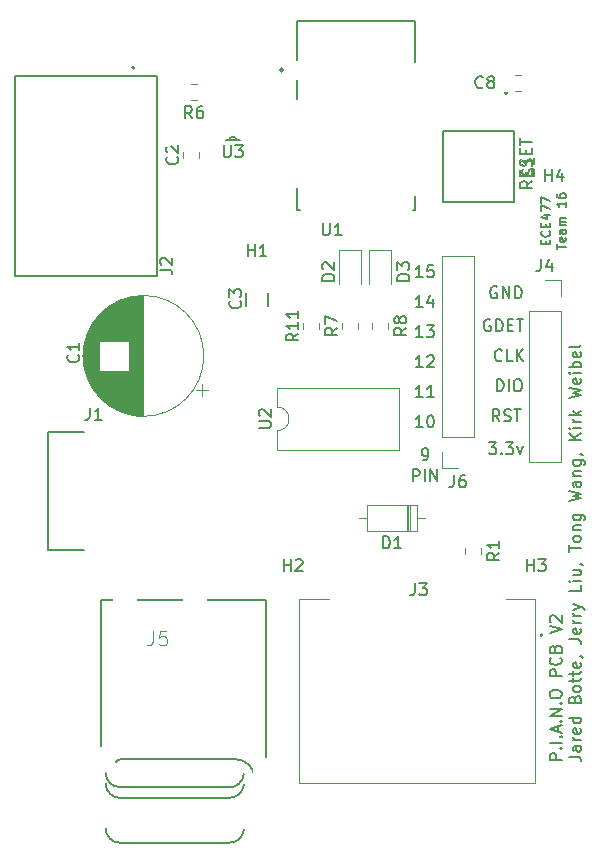
<source format=gto>
%TF.GenerationSoftware,KiCad,Pcbnew,(5.1.5-0-10_14)*%
%TF.CreationDate,2021-10-12T17:28:20-04:00*%
%TF.ProjectId,piano_aid_pcb,7069616e-6f5f-4616-9964-5f7063622e6b,2*%
%TF.SameCoordinates,Original*%
%TF.FileFunction,Legend,Top*%
%TF.FilePolarity,Positive*%
%FSLAX46Y46*%
G04 Gerber Fmt 4.6, Leading zero omitted, Abs format (unit mm)*
G04 Created by KiCad (PCBNEW (5.1.5-0-10_14)) date 2021-10-12 17:28:20*
%MOMM*%
%LPD*%
G04 APERTURE LIST*
%ADD10C,0.152400*%
%ADD11C,0.150000*%
%ADD12C,0.200000*%
%ADD13C,0.127000*%
%ADD14C,0.120000*%
%ADD15C,0.100000*%
%ADD16C,0.101600*%
%ADD17C,0.149860*%
%ADD18R,1.501600X2.201600*%
%ADD19C,2.351600*%
%ADD20C,1.801600*%
%ADD21R,2.351600X2.351600*%
%ADD22R,0.903200X1.703200*%
%ADD23R,2.003200X1.603200*%
%ADD24R,1.603200X2.103200*%
%ADD25C,2.301600*%
%ADD26O,1.701600X1.701600*%
%ADD27R,1.701600X1.701600*%
%ADD28R,1.371600X0.660400*%
%ADD29R,1.801600X1.801600*%
%ADD30O,1.801600X1.801600*%
%ADD31R,1.701600X1.001600*%
%ADD32R,1.701600X0.601600*%
%ADD33R,0.601600X1.701600*%
%ADD34R,1.301600X0.601600*%
%ADD35C,2.101600*%
%ADD36R,2.101600X2.101600*%
%ADD37R,1.921600X1.261600*%
%ADD38C,3.686600*%
%ADD39C,2.201600*%
%ADD40C,0.787400*%
G04 APERTURE END LIST*
D10*
X161349871Y-88845571D02*
X161349871Y-88591571D01*
X161749014Y-88482714D02*
X161749014Y-88845571D01*
X160987014Y-88845571D01*
X160987014Y-88482714D01*
X161676442Y-87720714D02*
X161712728Y-87757000D01*
X161749014Y-87865857D01*
X161749014Y-87938428D01*
X161712728Y-88047285D01*
X161640157Y-88119857D01*
X161567585Y-88156142D01*
X161422442Y-88192428D01*
X161313585Y-88192428D01*
X161168442Y-88156142D01*
X161095871Y-88119857D01*
X161023300Y-88047285D01*
X160987014Y-87938428D01*
X160987014Y-87865857D01*
X161023300Y-87757000D01*
X161059585Y-87720714D01*
X161349871Y-87394142D02*
X161349871Y-87140142D01*
X161749014Y-87031285D02*
X161749014Y-87394142D01*
X160987014Y-87394142D01*
X160987014Y-87031285D01*
X161241014Y-86378142D02*
X161749014Y-86378142D01*
X160950728Y-86559571D02*
X161495014Y-86741000D01*
X161495014Y-86269285D01*
X160987014Y-86051571D02*
X160987014Y-85543571D01*
X161749014Y-85870142D01*
X160987014Y-85325857D02*
X160987014Y-84817857D01*
X161749014Y-85144428D01*
X162282414Y-89281000D02*
X162282414Y-88845571D01*
X163044414Y-89063285D02*
X162282414Y-89063285D01*
X163008128Y-88301285D02*
X163044414Y-88373857D01*
X163044414Y-88519000D01*
X163008128Y-88591571D01*
X162935557Y-88627857D01*
X162645271Y-88627857D01*
X162572700Y-88591571D01*
X162536414Y-88519000D01*
X162536414Y-88373857D01*
X162572700Y-88301285D01*
X162645271Y-88265000D01*
X162717842Y-88265000D01*
X162790414Y-88627857D01*
X163044414Y-87611857D02*
X162645271Y-87611857D01*
X162572700Y-87648142D01*
X162536414Y-87720714D01*
X162536414Y-87865857D01*
X162572700Y-87938428D01*
X163008128Y-87611857D02*
X163044414Y-87684428D01*
X163044414Y-87865857D01*
X163008128Y-87938428D01*
X162935557Y-87974714D01*
X162862985Y-87974714D01*
X162790414Y-87938428D01*
X162754128Y-87865857D01*
X162754128Y-87684428D01*
X162717842Y-87611857D01*
X163044414Y-87249000D02*
X162536414Y-87249000D01*
X162608985Y-87249000D02*
X162572700Y-87212714D01*
X162536414Y-87140142D01*
X162536414Y-87031285D01*
X162572700Y-86958714D01*
X162645271Y-86922428D01*
X163044414Y-86922428D01*
X162645271Y-86922428D02*
X162572700Y-86886142D01*
X162536414Y-86813571D01*
X162536414Y-86704714D01*
X162572700Y-86632142D01*
X162645271Y-86595857D01*
X163044414Y-86595857D01*
X163044414Y-85253285D02*
X163044414Y-85688714D01*
X163044414Y-85471000D02*
X162282414Y-85471000D01*
X162391271Y-85543571D01*
X162463842Y-85616142D01*
X162500128Y-85688714D01*
X162282414Y-84600142D02*
X162282414Y-84745285D01*
X162318700Y-84817857D01*
X162354985Y-84854142D01*
X162463842Y-84926714D01*
X162608985Y-84963000D01*
X162899271Y-84963000D01*
X162971842Y-84926714D01*
X163008128Y-84890428D01*
X163044414Y-84817857D01*
X163044414Y-84672714D01*
X163008128Y-84600142D01*
X162971842Y-84563857D01*
X162899271Y-84527571D01*
X162717842Y-84527571D01*
X162645271Y-84563857D01*
X162608985Y-84600142D01*
X162572700Y-84672714D01*
X162572700Y-84817857D01*
X162608985Y-84890428D01*
X162645271Y-84926714D01*
X162717842Y-84963000D01*
D11*
X150106190Y-108910380D02*
X150106190Y-107910380D01*
X150487142Y-107910380D01*
X150582380Y-107958000D01*
X150630000Y-108005619D01*
X150677619Y-108100857D01*
X150677619Y-108243714D01*
X150630000Y-108338952D01*
X150582380Y-108386571D01*
X150487142Y-108434190D01*
X150106190Y-108434190D01*
X151106190Y-108910380D02*
X151106190Y-107910380D01*
X151582380Y-108910380D02*
X151582380Y-107910380D01*
X152153809Y-108910380D01*
X152153809Y-107910380D01*
X150939523Y-107132380D02*
X151130000Y-107132380D01*
X151225238Y-107084761D01*
X151272857Y-107037142D01*
X151368095Y-106894285D01*
X151415714Y-106703809D01*
X151415714Y-106322857D01*
X151368095Y-106227619D01*
X151320476Y-106180000D01*
X151225238Y-106132380D01*
X151034761Y-106132380D01*
X150939523Y-106180000D01*
X150891904Y-106227619D01*
X150844285Y-106322857D01*
X150844285Y-106560952D01*
X150891904Y-106656190D01*
X150939523Y-106703809D01*
X151034761Y-106751428D01*
X151225238Y-106751428D01*
X151320476Y-106703809D01*
X151368095Y-106656190D01*
X151415714Y-106560952D01*
X150939523Y-104338380D02*
X150368095Y-104338380D01*
X150653809Y-104338380D02*
X150653809Y-103338380D01*
X150558571Y-103481238D01*
X150463333Y-103576476D01*
X150368095Y-103624095D01*
X151558571Y-103338380D02*
X151653809Y-103338380D01*
X151749047Y-103386000D01*
X151796666Y-103433619D01*
X151844285Y-103528857D01*
X151891904Y-103719333D01*
X151891904Y-103957428D01*
X151844285Y-104147904D01*
X151796666Y-104243142D01*
X151749047Y-104290761D01*
X151653809Y-104338380D01*
X151558571Y-104338380D01*
X151463333Y-104290761D01*
X151415714Y-104243142D01*
X151368095Y-104147904D01*
X151320476Y-103957428D01*
X151320476Y-103719333D01*
X151368095Y-103528857D01*
X151415714Y-103433619D01*
X151463333Y-103386000D01*
X151558571Y-103338380D01*
X150939523Y-101798380D02*
X150368095Y-101798380D01*
X150653809Y-101798380D02*
X150653809Y-100798380D01*
X150558571Y-100941238D01*
X150463333Y-101036476D01*
X150368095Y-101084095D01*
X151891904Y-101798380D02*
X151320476Y-101798380D01*
X151606190Y-101798380D02*
X151606190Y-100798380D01*
X151510952Y-100941238D01*
X151415714Y-101036476D01*
X151320476Y-101084095D01*
X150939523Y-99258380D02*
X150368095Y-99258380D01*
X150653809Y-99258380D02*
X150653809Y-98258380D01*
X150558571Y-98401238D01*
X150463333Y-98496476D01*
X150368095Y-98544095D01*
X151320476Y-98353619D02*
X151368095Y-98306000D01*
X151463333Y-98258380D01*
X151701428Y-98258380D01*
X151796666Y-98306000D01*
X151844285Y-98353619D01*
X151891904Y-98448857D01*
X151891904Y-98544095D01*
X151844285Y-98686952D01*
X151272857Y-99258380D01*
X151891904Y-99258380D01*
X150939523Y-96718380D02*
X150368095Y-96718380D01*
X150653809Y-96718380D02*
X150653809Y-95718380D01*
X150558571Y-95861238D01*
X150463333Y-95956476D01*
X150368095Y-96004095D01*
X151272857Y-95718380D02*
X151891904Y-95718380D01*
X151558571Y-96099333D01*
X151701428Y-96099333D01*
X151796666Y-96146952D01*
X151844285Y-96194571D01*
X151891904Y-96289809D01*
X151891904Y-96527904D01*
X151844285Y-96623142D01*
X151796666Y-96670761D01*
X151701428Y-96718380D01*
X151415714Y-96718380D01*
X151320476Y-96670761D01*
X151272857Y-96623142D01*
X150939523Y-94178380D02*
X150368095Y-94178380D01*
X150653809Y-94178380D02*
X150653809Y-93178380D01*
X150558571Y-93321238D01*
X150463333Y-93416476D01*
X150368095Y-93464095D01*
X151796666Y-93511714D02*
X151796666Y-94178380D01*
X151558571Y-93130761D02*
X151320476Y-93845047D01*
X151939523Y-93845047D01*
X150939523Y-91638380D02*
X150368095Y-91638380D01*
X150653809Y-91638380D02*
X150653809Y-90638380D01*
X150558571Y-90781238D01*
X150463333Y-90876476D01*
X150368095Y-90924095D01*
X151844285Y-90638380D02*
X151368095Y-90638380D01*
X151320476Y-91114571D01*
X151368095Y-91066952D01*
X151463333Y-91019333D01*
X151701428Y-91019333D01*
X151796666Y-91066952D01*
X151844285Y-91114571D01*
X151891904Y-91209809D01*
X151891904Y-91447904D01*
X151844285Y-91543142D01*
X151796666Y-91590761D01*
X151701428Y-91638380D01*
X151463333Y-91638380D01*
X151368095Y-91590761D01*
X151320476Y-91543142D01*
X156559428Y-105624380D02*
X157178476Y-105624380D01*
X156845142Y-106005333D01*
X156988000Y-106005333D01*
X157083238Y-106052952D01*
X157130857Y-106100571D01*
X157178476Y-106195809D01*
X157178476Y-106433904D01*
X157130857Y-106529142D01*
X157083238Y-106576761D01*
X156988000Y-106624380D01*
X156702285Y-106624380D01*
X156607047Y-106576761D01*
X156559428Y-106529142D01*
X157607047Y-106529142D02*
X157654666Y-106576761D01*
X157607047Y-106624380D01*
X157559428Y-106576761D01*
X157607047Y-106529142D01*
X157607047Y-106624380D01*
X157988000Y-105624380D02*
X158607047Y-105624380D01*
X158273714Y-106005333D01*
X158416571Y-106005333D01*
X158511809Y-106052952D01*
X158559428Y-106100571D01*
X158607047Y-106195809D01*
X158607047Y-106433904D01*
X158559428Y-106529142D01*
X158511809Y-106576761D01*
X158416571Y-106624380D01*
X158130857Y-106624380D01*
X158035619Y-106576761D01*
X157988000Y-106529142D01*
X158940380Y-105957714D02*
X159178476Y-106624380D01*
X159416571Y-105957714D01*
X157440380Y-103830380D02*
X157107047Y-103354190D01*
X156868952Y-103830380D02*
X156868952Y-102830380D01*
X157249904Y-102830380D01*
X157345142Y-102878000D01*
X157392761Y-102925619D01*
X157440380Y-103020857D01*
X157440380Y-103163714D01*
X157392761Y-103258952D01*
X157345142Y-103306571D01*
X157249904Y-103354190D01*
X156868952Y-103354190D01*
X157821333Y-103782761D02*
X157964190Y-103830380D01*
X158202285Y-103830380D01*
X158297523Y-103782761D01*
X158345142Y-103735142D01*
X158392761Y-103639904D01*
X158392761Y-103544666D01*
X158345142Y-103449428D01*
X158297523Y-103401809D01*
X158202285Y-103354190D01*
X158011809Y-103306571D01*
X157916571Y-103258952D01*
X157868952Y-103211333D01*
X157821333Y-103116095D01*
X157821333Y-103020857D01*
X157868952Y-102925619D01*
X157916571Y-102878000D01*
X158011809Y-102830380D01*
X158249904Y-102830380D01*
X158392761Y-102878000D01*
X158678476Y-102830380D02*
X159249904Y-102830380D01*
X158964190Y-103830380D02*
X158964190Y-102830380D01*
X157218190Y-101290380D02*
X157218190Y-100290380D01*
X157456285Y-100290380D01*
X157599142Y-100338000D01*
X157694380Y-100433238D01*
X157742000Y-100528476D01*
X157789619Y-100718952D01*
X157789619Y-100861809D01*
X157742000Y-101052285D01*
X157694380Y-101147523D01*
X157599142Y-101242761D01*
X157456285Y-101290380D01*
X157218190Y-101290380D01*
X158218190Y-101290380D02*
X158218190Y-100290380D01*
X158884857Y-100290380D02*
X159075333Y-100290380D01*
X159170571Y-100338000D01*
X159265809Y-100433238D01*
X159313428Y-100623714D01*
X159313428Y-100957047D01*
X159265809Y-101147523D01*
X159170571Y-101242761D01*
X159075333Y-101290380D01*
X158884857Y-101290380D01*
X158789619Y-101242761D01*
X158694380Y-101147523D01*
X158646761Y-100957047D01*
X158646761Y-100623714D01*
X158694380Y-100433238D01*
X158789619Y-100338000D01*
X158884857Y-100290380D01*
X157646761Y-98655142D02*
X157599142Y-98702761D01*
X157456285Y-98750380D01*
X157361047Y-98750380D01*
X157218190Y-98702761D01*
X157122952Y-98607523D01*
X157075333Y-98512285D01*
X157027714Y-98321809D01*
X157027714Y-98178952D01*
X157075333Y-97988476D01*
X157122952Y-97893238D01*
X157218190Y-97798000D01*
X157361047Y-97750380D01*
X157456285Y-97750380D01*
X157599142Y-97798000D01*
X157646761Y-97845619D01*
X158551523Y-98750380D02*
X158075333Y-98750380D01*
X158075333Y-97750380D01*
X158884857Y-98750380D02*
X158884857Y-97750380D01*
X159456285Y-98750380D02*
X159027714Y-98178952D01*
X159456285Y-97750380D02*
X158884857Y-98321809D01*
X156662571Y-95258000D02*
X156567333Y-95210380D01*
X156424476Y-95210380D01*
X156281619Y-95258000D01*
X156186380Y-95353238D01*
X156138761Y-95448476D01*
X156091142Y-95638952D01*
X156091142Y-95781809D01*
X156138761Y-95972285D01*
X156186380Y-96067523D01*
X156281619Y-96162761D01*
X156424476Y-96210380D01*
X156519714Y-96210380D01*
X156662571Y-96162761D01*
X156710190Y-96115142D01*
X156710190Y-95781809D01*
X156519714Y-95781809D01*
X157138761Y-96210380D02*
X157138761Y-95210380D01*
X157376857Y-95210380D01*
X157519714Y-95258000D01*
X157614952Y-95353238D01*
X157662571Y-95448476D01*
X157710190Y-95638952D01*
X157710190Y-95781809D01*
X157662571Y-95972285D01*
X157614952Y-96067523D01*
X157519714Y-96162761D01*
X157376857Y-96210380D01*
X157138761Y-96210380D01*
X158138761Y-95686571D02*
X158472095Y-95686571D01*
X158614952Y-96210380D02*
X158138761Y-96210380D01*
X158138761Y-95210380D01*
X158614952Y-95210380D01*
X158900666Y-95210380D02*
X159472095Y-95210380D01*
X159186380Y-96210380D02*
X159186380Y-95210380D01*
X157226095Y-92464000D02*
X157130857Y-92416380D01*
X156988000Y-92416380D01*
X156845142Y-92464000D01*
X156749904Y-92559238D01*
X156702285Y-92654476D01*
X156654666Y-92844952D01*
X156654666Y-92987809D01*
X156702285Y-93178285D01*
X156749904Y-93273523D01*
X156845142Y-93368761D01*
X156988000Y-93416380D01*
X157083238Y-93416380D01*
X157226095Y-93368761D01*
X157273714Y-93321142D01*
X157273714Y-92987809D01*
X157083238Y-92987809D01*
X157702285Y-93416380D02*
X157702285Y-92416380D01*
X158273714Y-93416380D01*
X158273714Y-92416380D01*
X158749904Y-93416380D02*
X158749904Y-92416380D01*
X158988000Y-92416380D01*
X159130857Y-92464000D01*
X159226095Y-92559238D01*
X159273714Y-92654476D01*
X159321333Y-92844952D01*
X159321333Y-92987809D01*
X159273714Y-93178285D01*
X159226095Y-93273523D01*
X159130857Y-93368761D01*
X158988000Y-93416380D01*
X158749904Y-93416380D01*
X160218380Y-83494380D02*
X159742190Y-83827714D01*
X160218380Y-84065809D02*
X159218380Y-84065809D01*
X159218380Y-83684857D01*
X159266000Y-83589619D01*
X159313619Y-83542000D01*
X159408857Y-83494380D01*
X159551714Y-83494380D01*
X159646952Y-83542000D01*
X159694571Y-83589619D01*
X159742190Y-83684857D01*
X159742190Y-84065809D01*
X159694571Y-83065809D02*
X159694571Y-82732476D01*
X160218380Y-82589619D02*
X160218380Y-83065809D01*
X159218380Y-83065809D01*
X159218380Y-82589619D01*
X160170761Y-82208666D02*
X160218380Y-82065809D01*
X160218380Y-81827714D01*
X160170761Y-81732476D01*
X160123142Y-81684857D01*
X160027904Y-81637238D01*
X159932666Y-81637238D01*
X159837428Y-81684857D01*
X159789809Y-81732476D01*
X159742190Y-81827714D01*
X159694571Y-82018190D01*
X159646952Y-82113428D01*
X159599333Y-82161047D01*
X159504095Y-82208666D01*
X159408857Y-82208666D01*
X159313619Y-82161047D01*
X159266000Y-82113428D01*
X159218380Y-82018190D01*
X159218380Y-81780095D01*
X159266000Y-81637238D01*
X159694571Y-81208666D02*
X159694571Y-80875333D01*
X160218380Y-80732476D02*
X160218380Y-81208666D01*
X159218380Y-81208666D01*
X159218380Y-80732476D01*
X159218380Y-80446761D02*
X159218380Y-79875333D01*
X160218380Y-80161047D02*
X159218380Y-80161047D01*
X162695380Y-132506404D02*
X161695380Y-132506404D01*
X161695380Y-132125452D01*
X161743000Y-132030214D01*
X161790619Y-131982595D01*
X161885857Y-131934976D01*
X162028714Y-131934976D01*
X162123952Y-131982595D01*
X162171571Y-132030214D01*
X162219190Y-132125452D01*
X162219190Y-132506404D01*
X162600142Y-131506404D02*
X162647761Y-131458785D01*
X162695380Y-131506404D01*
X162647761Y-131554023D01*
X162600142Y-131506404D01*
X162695380Y-131506404D01*
X162695380Y-131030214D02*
X161695380Y-131030214D01*
X162600142Y-130554023D02*
X162647761Y-130506404D01*
X162695380Y-130554023D01*
X162647761Y-130601642D01*
X162600142Y-130554023D01*
X162695380Y-130554023D01*
X162409666Y-130125452D02*
X162409666Y-129649261D01*
X162695380Y-130220690D02*
X161695380Y-129887357D01*
X162695380Y-129554023D01*
X162600142Y-129220690D02*
X162647761Y-129173071D01*
X162695380Y-129220690D01*
X162647761Y-129268309D01*
X162600142Y-129220690D01*
X162695380Y-129220690D01*
X162695380Y-128744500D02*
X161695380Y-128744500D01*
X162695380Y-128173071D01*
X161695380Y-128173071D01*
X162600142Y-127696880D02*
X162647761Y-127649261D01*
X162695380Y-127696880D01*
X162647761Y-127744500D01*
X162600142Y-127696880D01*
X162695380Y-127696880D01*
X161695380Y-127030214D02*
X161695380Y-126839738D01*
X161743000Y-126744500D01*
X161838238Y-126649261D01*
X162028714Y-126601642D01*
X162362047Y-126601642D01*
X162552523Y-126649261D01*
X162647761Y-126744500D01*
X162695380Y-126839738D01*
X162695380Y-127030214D01*
X162647761Y-127125452D01*
X162552523Y-127220690D01*
X162362047Y-127268309D01*
X162028714Y-127268309D01*
X161838238Y-127220690D01*
X161743000Y-127125452D01*
X161695380Y-127030214D01*
X162695380Y-125411166D02*
X161695380Y-125411166D01*
X161695380Y-125030214D01*
X161743000Y-124934976D01*
X161790619Y-124887357D01*
X161885857Y-124839738D01*
X162028714Y-124839738D01*
X162123952Y-124887357D01*
X162171571Y-124934976D01*
X162219190Y-125030214D01*
X162219190Y-125411166D01*
X162600142Y-123839738D02*
X162647761Y-123887357D01*
X162695380Y-124030214D01*
X162695380Y-124125452D01*
X162647761Y-124268309D01*
X162552523Y-124363547D01*
X162457285Y-124411166D01*
X162266809Y-124458785D01*
X162123952Y-124458785D01*
X161933476Y-124411166D01*
X161838238Y-124363547D01*
X161743000Y-124268309D01*
X161695380Y-124125452D01*
X161695380Y-124030214D01*
X161743000Y-123887357D01*
X161790619Y-123839738D01*
X162171571Y-123077833D02*
X162219190Y-122934976D01*
X162266809Y-122887357D01*
X162362047Y-122839738D01*
X162504904Y-122839738D01*
X162600142Y-122887357D01*
X162647761Y-122934976D01*
X162695380Y-123030214D01*
X162695380Y-123411166D01*
X161695380Y-123411166D01*
X161695380Y-123077833D01*
X161743000Y-122982595D01*
X161790619Y-122934976D01*
X161885857Y-122887357D01*
X161981095Y-122887357D01*
X162076333Y-122934976D01*
X162123952Y-122982595D01*
X162171571Y-123077833D01*
X162171571Y-123411166D01*
X161695380Y-121792119D02*
X162695380Y-121458785D01*
X161695380Y-121125452D01*
X161790619Y-120839738D02*
X161743000Y-120792119D01*
X161695380Y-120696880D01*
X161695380Y-120458785D01*
X161743000Y-120363547D01*
X161790619Y-120315928D01*
X161885857Y-120268309D01*
X161981095Y-120268309D01*
X162123952Y-120315928D01*
X162695380Y-120887357D01*
X162695380Y-120268309D01*
X163345380Y-132220690D02*
X164059666Y-132220690D01*
X164202523Y-132268309D01*
X164297761Y-132363547D01*
X164345380Y-132506404D01*
X164345380Y-132601642D01*
X164345380Y-131315928D02*
X163821571Y-131315928D01*
X163726333Y-131363547D01*
X163678714Y-131458785D01*
X163678714Y-131649261D01*
X163726333Y-131744500D01*
X164297761Y-131315928D02*
X164345380Y-131411166D01*
X164345380Y-131649261D01*
X164297761Y-131744500D01*
X164202523Y-131792119D01*
X164107285Y-131792119D01*
X164012047Y-131744500D01*
X163964428Y-131649261D01*
X163964428Y-131411166D01*
X163916809Y-131315928D01*
X164345380Y-130839738D02*
X163678714Y-130839738D01*
X163869190Y-130839738D02*
X163773952Y-130792119D01*
X163726333Y-130744500D01*
X163678714Y-130649261D01*
X163678714Y-130554023D01*
X164297761Y-129839738D02*
X164345380Y-129934976D01*
X164345380Y-130125452D01*
X164297761Y-130220690D01*
X164202523Y-130268309D01*
X163821571Y-130268309D01*
X163726333Y-130220690D01*
X163678714Y-130125452D01*
X163678714Y-129934976D01*
X163726333Y-129839738D01*
X163821571Y-129792119D01*
X163916809Y-129792119D01*
X164012047Y-130268309D01*
X164345380Y-128934976D02*
X163345380Y-128934976D01*
X164297761Y-128934976D02*
X164345380Y-129030214D01*
X164345380Y-129220690D01*
X164297761Y-129315928D01*
X164250142Y-129363547D01*
X164154904Y-129411166D01*
X163869190Y-129411166D01*
X163773952Y-129363547D01*
X163726333Y-129315928D01*
X163678714Y-129220690D01*
X163678714Y-129030214D01*
X163726333Y-128934976D01*
X163821571Y-127363547D02*
X163869190Y-127220690D01*
X163916809Y-127173071D01*
X164012047Y-127125452D01*
X164154904Y-127125452D01*
X164250142Y-127173071D01*
X164297761Y-127220690D01*
X164345380Y-127315928D01*
X164345380Y-127696880D01*
X163345380Y-127696880D01*
X163345380Y-127363547D01*
X163393000Y-127268309D01*
X163440619Y-127220690D01*
X163535857Y-127173071D01*
X163631095Y-127173071D01*
X163726333Y-127220690D01*
X163773952Y-127268309D01*
X163821571Y-127363547D01*
X163821571Y-127696880D01*
X164345380Y-126554023D02*
X164297761Y-126649261D01*
X164250142Y-126696880D01*
X164154904Y-126744500D01*
X163869190Y-126744500D01*
X163773952Y-126696880D01*
X163726333Y-126649261D01*
X163678714Y-126554023D01*
X163678714Y-126411166D01*
X163726333Y-126315928D01*
X163773952Y-126268309D01*
X163869190Y-126220690D01*
X164154904Y-126220690D01*
X164250142Y-126268309D01*
X164297761Y-126315928D01*
X164345380Y-126411166D01*
X164345380Y-126554023D01*
X163678714Y-125934976D02*
X163678714Y-125554023D01*
X163345380Y-125792119D02*
X164202523Y-125792119D01*
X164297761Y-125744500D01*
X164345380Y-125649261D01*
X164345380Y-125554023D01*
X163678714Y-125363547D02*
X163678714Y-124982595D01*
X163345380Y-125220690D02*
X164202523Y-125220690D01*
X164297761Y-125173071D01*
X164345380Y-125077833D01*
X164345380Y-124982595D01*
X164297761Y-124268309D02*
X164345380Y-124363547D01*
X164345380Y-124554023D01*
X164297761Y-124649261D01*
X164202523Y-124696880D01*
X163821571Y-124696880D01*
X163726333Y-124649261D01*
X163678714Y-124554023D01*
X163678714Y-124363547D01*
X163726333Y-124268309D01*
X163821571Y-124220690D01*
X163916809Y-124220690D01*
X164012047Y-124696880D01*
X164297761Y-123744500D02*
X164345380Y-123744500D01*
X164440619Y-123792119D01*
X164488238Y-123839738D01*
X163345380Y-122268309D02*
X164059666Y-122268309D01*
X164202523Y-122315928D01*
X164297761Y-122411166D01*
X164345380Y-122554023D01*
X164345380Y-122649261D01*
X164297761Y-121411166D02*
X164345380Y-121506404D01*
X164345380Y-121696880D01*
X164297761Y-121792119D01*
X164202523Y-121839738D01*
X163821571Y-121839738D01*
X163726333Y-121792119D01*
X163678714Y-121696880D01*
X163678714Y-121506404D01*
X163726333Y-121411166D01*
X163821571Y-121363547D01*
X163916809Y-121363547D01*
X164012047Y-121839738D01*
X164345380Y-120934976D02*
X163678714Y-120934976D01*
X163869190Y-120934976D02*
X163773952Y-120887357D01*
X163726333Y-120839738D01*
X163678714Y-120744500D01*
X163678714Y-120649261D01*
X164345380Y-120315928D02*
X163678714Y-120315928D01*
X163869190Y-120315928D02*
X163773952Y-120268309D01*
X163726333Y-120220690D01*
X163678714Y-120125452D01*
X163678714Y-120030214D01*
X163678714Y-119792119D02*
X164345380Y-119554023D01*
X163678714Y-119315928D02*
X164345380Y-119554023D01*
X164583476Y-119649261D01*
X164631095Y-119696880D01*
X164678714Y-119792119D01*
X164345380Y-117696880D02*
X164345380Y-118173071D01*
X163345380Y-118173071D01*
X164345380Y-117363547D02*
X163678714Y-117363547D01*
X163345380Y-117363547D02*
X163393000Y-117411166D01*
X163440619Y-117363547D01*
X163393000Y-117315928D01*
X163345380Y-117363547D01*
X163440619Y-117363547D01*
X163678714Y-116458785D02*
X164345380Y-116458785D01*
X163678714Y-116887357D02*
X164202523Y-116887357D01*
X164297761Y-116839738D01*
X164345380Y-116744500D01*
X164345380Y-116601642D01*
X164297761Y-116506404D01*
X164250142Y-116458785D01*
X164297761Y-115934976D02*
X164345380Y-115934976D01*
X164440619Y-115982595D01*
X164488238Y-116030214D01*
X163345380Y-114887357D02*
X163345380Y-114315928D01*
X164345380Y-114601642D02*
X163345380Y-114601642D01*
X164345380Y-113839738D02*
X164297761Y-113934976D01*
X164250142Y-113982595D01*
X164154904Y-114030214D01*
X163869190Y-114030214D01*
X163773952Y-113982595D01*
X163726333Y-113934976D01*
X163678714Y-113839738D01*
X163678714Y-113696880D01*
X163726333Y-113601642D01*
X163773952Y-113554023D01*
X163869190Y-113506404D01*
X164154904Y-113506404D01*
X164250142Y-113554023D01*
X164297761Y-113601642D01*
X164345380Y-113696880D01*
X164345380Y-113839738D01*
X163678714Y-113077833D02*
X164345380Y-113077833D01*
X163773952Y-113077833D02*
X163726333Y-113030214D01*
X163678714Y-112934976D01*
X163678714Y-112792119D01*
X163726333Y-112696880D01*
X163821571Y-112649261D01*
X164345380Y-112649261D01*
X163678714Y-111744500D02*
X164488238Y-111744500D01*
X164583476Y-111792119D01*
X164631095Y-111839738D01*
X164678714Y-111934976D01*
X164678714Y-112077833D01*
X164631095Y-112173071D01*
X164297761Y-111744500D02*
X164345380Y-111839738D01*
X164345380Y-112030214D01*
X164297761Y-112125452D01*
X164250142Y-112173071D01*
X164154904Y-112220690D01*
X163869190Y-112220690D01*
X163773952Y-112173071D01*
X163726333Y-112125452D01*
X163678714Y-112030214D01*
X163678714Y-111839738D01*
X163726333Y-111744500D01*
X163345380Y-110601642D02*
X164345380Y-110363547D01*
X163631095Y-110173071D01*
X164345380Y-109982595D01*
X163345380Y-109744500D01*
X164345380Y-108934976D02*
X163821571Y-108934976D01*
X163726333Y-108982595D01*
X163678714Y-109077833D01*
X163678714Y-109268309D01*
X163726333Y-109363547D01*
X164297761Y-108934976D02*
X164345380Y-109030214D01*
X164345380Y-109268309D01*
X164297761Y-109363547D01*
X164202523Y-109411166D01*
X164107285Y-109411166D01*
X164012047Y-109363547D01*
X163964428Y-109268309D01*
X163964428Y-109030214D01*
X163916809Y-108934976D01*
X163678714Y-108458785D02*
X164345380Y-108458785D01*
X163773952Y-108458785D02*
X163726333Y-108411166D01*
X163678714Y-108315928D01*
X163678714Y-108173071D01*
X163726333Y-108077833D01*
X163821571Y-108030214D01*
X164345380Y-108030214D01*
X163678714Y-107125452D02*
X164488238Y-107125452D01*
X164583476Y-107173071D01*
X164631095Y-107220690D01*
X164678714Y-107315928D01*
X164678714Y-107458785D01*
X164631095Y-107554023D01*
X164297761Y-107125452D02*
X164345380Y-107220690D01*
X164345380Y-107411166D01*
X164297761Y-107506404D01*
X164250142Y-107554023D01*
X164154904Y-107601642D01*
X163869190Y-107601642D01*
X163773952Y-107554023D01*
X163726333Y-107506404D01*
X163678714Y-107411166D01*
X163678714Y-107220690D01*
X163726333Y-107125452D01*
X164297761Y-106601642D02*
X164345380Y-106601642D01*
X164440619Y-106649261D01*
X164488238Y-106696880D01*
X164345380Y-105411166D02*
X163345380Y-105411166D01*
X164345380Y-104839738D02*
X163773952Y-105268309D01*
X163345380Y-104839738D02*
X163916809Y-105411166D01*
X164345380Y-104411166D02*
X163678714Y-104411166D01*
X163345380Y-104411166D02*
X163393000Y-104458785D01*
X163440619Y-104411166D01*
X163393000Y-104363547D01*
X163345380Y-104411166D01*
X163440619Y-104411166D01*
X164345380Y-103934976D02*
X163678714Y-103934976D01*
X163869190Y-103934976D02*
X163773952Y-103887357D01*
X163726333Y-103839738D01*
X163678714Y-103744500D01*
X163678714Y-103649261D01*
X164345380Y-103315928D02*
X163345380Y-103315928D01*
X163964428Y-103220690D02*
X164345380Y-102934976D01*
X163678714Y-102934976D02*
X164059666Y-103315928D01*
X163345380Y-101839738D02*
X164345380Y-101601642D01*
X163631095Y-101411166D01*
X164345380Y-101220690D01*
X163345380Y-100982595D01*
X164297761Y-100220690D02*
X164345380Y-100315928D01*
X164345380Y-100506404D01*
X164297761Y-100601642D01*
X164202523Y-100649261D01*
X163821571Y-100649261D01*
X163726333Y-100601642D01*
X163678714Y-100506404D01*
X163678714Y-100315928D01*
X163726333Y-100220690D01*
X163821571Y-100173071D01*
X163916809Y-100173071D01*
X164012047Y-100649261D01*
X164345380Y-99744500D02*
X163678714Y-99744500D01*
X163345380Y-99744500D02*
X163393000Y-99792119D01*
X163440619Y-99744500D01*
X163393000Y-99696880D01*
X163345380Y-99744500D01*
X163440619Y-99744500D01*
X164345380Y-99268309D02*
X163345380Y-99268309D01*
X163726333Y-99268309D02*
X163678714Y-99173071D01*
X163678714Y-98982595D01*
X163726333Y-98887357D01*
X163773952Y-98839738D01*
X163869190Y-98792119D01*
X164154904Y-98792119D01*
X164250142Y-98839738D01*
X164297761Y-98887357D01*
X164345380Y-98982595D01*
X164345380Y-99173071D01*
X164297761Y-99268309D01*
X164297761Y-97982595D02*
X164345380Y-98077833D01*
X164345380Y-98268309D01*
X164297761Y-98363547D01*
X164202523Y-98411166D01*
X163821571Y-98411166D01*
X163726333Y-98363547D01*
X163678714Y-98268309D01*
X163678714Y-98077833D01*
X163726333Y-97982595D01*
X163821571Y-97934976D01*
X163916809Y-97934976D01*
X164012047Y-98411166D01*
X164345380Y-97363547D02*
X164297761Y-97458785D01*
X164202523Y-97506404D01*
X163345380Y-97506404D01*
D12*
%TO.C,S1*%
X158102000Y-76046000D02*
G75*
G03X158102000Y-76046000I-100000J0D01*
G01*
D13*
X158702000Y-85296000D02*
X158702000Y-79296000D01*
X152702000Y-79296000D02*
X158702000Y-79296000D01*
X152702000Y-85296000D02*
X152702000Y-79296000D01*
X158702000Y-85296000D02*
X152702000Y-85296000D01*
D14*
%TO.C,R11*%
X140768000Y-95496748D02*
X140768000Y-96019252D01*
X142188000Y-95496748D02*
X142188000Y-96019252D01*
D12*
%TO.C,J1*%
X119230000Y-114728000D02*
X119230000Y-104728000D01*
X122230000Y-114728000D02*
X119230000Y-114728000D01*
X119230000Y-104728000D02*
X122230000Y-104728000D01*
D13*
%TO.C,J2*%
X116428000Y-74558000D02*
X128428000Y-74558000D01*
X128428000Y-91558000D02*
X116428000Y-91558000D01*
X128428000Y-91558000D02*
X128428000Y-74558000D01*
X116428000Y-91558000D02*
X116428000Y-74558000D01*
D12*
X126528000Y-73908000D02*
G75*
G03X126528000Y-73908000I-100000J0D01*
G01*
D13*
%TO.C,J5*%
X125298000Y-139510000D02*
X134498000Y-139510000D01*
X125298000Y-135710000D02*
X134498000Y-135710000D01*
X125298000Y-134810000D02*
X134498000Y-134810000D01*
X125398000Y-132450000D02*
X135098000Y-132450000D01*
X123698000Y-133350000D02*
X124698000Y-133350000D01*
X123698000Y-118950000D02*
X123698000Y-133350000D01*
X137698000Y-118950000D02*
X123698000Y-118950000D01*
X137698000Y-134050000D02*
X137698000Y-118950000D01*
X136698000Y-134050000D02*
X137698000Y-134050000D01*
X135798000Y-138410000D02*
G75*
G02X134498000Y-139510000I-1200000J100000D01*
G01*
X125298000Y-139510000D02*
G75*
G02X124098000Y-138310000I0J1200000D01*
G01*
X135798000Y-134610000D02*
G75*
G02X134498000Y-135710000I-1200000J100000D01*
G01*
X125298000Y-135710000D02*
G75*
G02X124098000Y-134510000I0J1200000D01*
G01*
X135798000Y-133710000D02*
G75*
G02X134498000Y-134810000I-1200000J100000D01*
G01*
X125298000Y-134810000D02*
G75*
G02X124098000Y-133610000I0J1200000D01*
G01*
X136698000Y-134050000D02*
G75*
G03X135098000Y-132450000I-1600000J0D01*
G01*
X125398000Y-132450000D02*
G75*
G03X124698000Y-133350000I100000J-800000D01*
G01*
D14*
%TO.C,D1*%
X150456000Y-113134000D02*
X150456000Y-110894000D01*
X150456000Y-110894000D02*
X146216000Y-110894000D01*
X146216000Y-110894000D02*
X146216000Y-113134000D01*
X146216000Y-113134000D02*
X150456000Y-113134000D01*
X151106000Y-112014000D02*
X150456000Y-112014000D01*
X145566000Y-112014000D02*
X146216000Y-112014000D01*
X149736000Y-113134000D02*
X149736000Y-110894000D01*
X149616000Y-113134000D02*
X149616000Y-110894000D01*
X149856000Y-113134000D02*
X149856000Y-110894000D01*
%TO.C,R1*%
X154484000Y-115069252D02*
X154484000Y-114546748D01*
X155904000Y-115069252D02*
X155904000Y-114546748D01*
D10*
%TO.C,U3*%
X134264400Y-80035400D02*
X134569200Y-80035400D01*
X134569200Y-80035400D02*
X135178800Y-80035400D01*
X135178800Y-80035400D02*
X135483600Y-80035400D01*
X134569200Y-80035400D02*
G75*
G02X135178800Y-80035400I304800J0D01*
G01*
D14*
%TO.C,C8*%
X158733748Y-74474000D02*
X159256252Y-74474000D01*
X158733748Y-75894000D02*
X159256252Y-75894000D01*
%TO.C,U2*%
X138624000Y-104632000D02*
X138624000Y-106282000D01*
X138624000Y-106282000D02*
X148904000Y-106282000D01*
X148904000Y-106282000D02*
X148904000Y-100982000D01*
X148904000Y-100982000D02*
X138624000Y-100982000D01*
X138624000Y-100982000D02*
X138624000Y-102632000D01*
X138624000Y-102632000D02*
G75*
G02X138624000Y-104632000I0J-1000000D01*
G01*
%TO.C,J6*%
X155254000Y-105156000D02*
X152594000Y-105156000D01*
X155254000Y-105156000D02*
X155254000Y-89856000D01*
X155254000Y-89856000D02*
X152594000Y-89856000D01*
X152594000Y-105156000D02*
X152594000Y-89856000D01*
X152594000Y-107756000D02*
X152594000Y-106426000D01*
X153924000Y-107756000D02*
X152594000Y-107756000D01*
D13*
%TO.C,U1*%
X140288000Y-74978000D02*
X140288000Y-76578000D01*
X140288000Y-73228000D02*
X140288000Y-69978000D01*
X140288000Y-69978000D02*
X150288000Y-69978000D01*
X150288000Y-69978000D02*
X150288000Y-73378000D01*
X140288000Y-84078000D02*
X140288000Y-85978000D01*
X140288000Y-85978000D02*
X140538000Y-85978000D01*
X150288000Y-84728000D02*
X150288000Y-85978000D01*
X150288000Y-85978000D02*
X150088000Y-85978000D01*
D12*
X139138000Y-74078000D02*
G75*
G03X139138000Y-74078000I-150000J0D01*
G01*
D14*
%TO.C,D3*%
X146360000Y-89317000D02*
X146360000Y-92177000D01*
X148280000Y-89317000D02*
X146360000Y-89317000D01*
X148280000Y-92177000D02*
X148280000Y-89317000D01*
%TO.C,C1*%
X132414000Y-98298000D02*
G75*
G03X132414000Y-98298000I-5120000J0D01*
G01*
X127294000Y-103378000D02*
X127294000Y-93218000D01*
X127254000Y-103378000D02*
X127254000Y-93218000D01*
X127214000Y-103378000D02*
X127214000Y-93218000D01*
X127174000Y-103377000D02*
X127174000Y-93219000D01*
X127134000Y-103376000D02*
X127134000Y-93220000D01*
X127094000Y-103375000D02*
X127094000Y-93221000D01*
X127054000Y-103373000D02*
X127054000Y-93223000D01*
X127014000Y-103371000D02*
X127014000Y-93225000D01*
X126974000Y-103368000D02*
X126974000Y-93228000D01*
X126934000Y-103366000D02*
X126934000Y-93230000D01*
X126894000Y-103363000D02*
X126894000Y-93233000D01*
X126854000Y-103360000D02*
X126854000Y-93236000D01*
X126814000Y-103356000D02*
X126814000Y-93240000D01*
X126774000Y-103352000D02*
X126774000Y-93244000D01*
X126734000Y-103348000D02*
X126734000Y-93248000D01*
X126694000Y-103343000D02*
X126694000Y-93253000D01*
X126654000Y-103338000D02*
X126654000Y-93258000D01*
X126614000Y-103333000D02*
X126614000Y-93263000D01*
X126573000Y-103328000D02*
X126573000Y-93268000D01*
X126533000Y-103322000D02*
X126533000Y-93274000D01*
X126493000Y-103316000D02*
X126493000Y-93280000D01*
X126453000Y-103309000D02*
X126453000Y-93287000D01*
X126413000Y-103302000D02*
X126413000Y-93294000D01*
X126373000Y-103295000D02*
X126373000Y-93301000D01*
X126333000Y-103288000D02*
X126333000Y-93308000D01*
X126293000Y-103280000D02*
X126293000Y-93316000D01*
X126253000Y-103272000D02*
X126253000Y-93324000D01*
X126213000Y-103263000D02*
X126213000Y-93333000D01*
X126173000Y-103254000D02*
X126173000Y-93342000D01*
X126133000Y-103245000D02*
X126133000Y-93351000D01*
X126093000Y-103236000D02*
X126093000Y-93360000D01*
X126053000Y-103226000D02*
X126053000Y-93370000D01*
X126013000Y-103216000D02*
X126013000Y-99539000D01*
X126013000Y-97057000D02*
X126013000Y-93380000D01*
X125973000Y-103205000D02*
X125973000Y-99539000D01*
X125973000Y-97057000D02*
X125973000Y-93391000D01*
X125933000Y-103195000D02*
X125933000Y-99539000D01*
X125933000Y-97057000D02*
X125933000Y-93401000D01*
X125893000Y-103183000D02*
X125893000Y-99539000D01*
X125893000Y-97057000D02*
X125893000Y-93413000D01*
X125853000Y-103172000D02*
X125853000Y-99539000D01*
X125853000Y-97057000D02*
X125853000Y-93424000D01*
X125813000Y-103160000D02*
X125813000Y-99539000D01*
X125813000Y-97057000D02*
X125813000Y-93436000D01*
X125773000Y-103148000D02*
X125773000Y-99539000D01*
X125773000Y-97057000D02*
X125773000Y-93448000D01*
X125733000Y-103135000D02*
X125733000Y-99539000D01*
X125733000Y-97057000D02*
X125733000Y-93461000D01*
X125693000Y-103122000D02*
X125693000Y-99539000D01*
X125693000Y-97057000D02*
X125693000Y-93474000D01*
X125653000Y-103109000D02*
X125653000Y-99539000D01*
X125653000Y-97057000D02*
X125653000Y-93487000D01*
X125613000Y-103095000D02*
X125613000Y-99539000D01*
X125613000Y-97057000D02*
X125613000Y-93501000D01*
X125573000Y-103081000D02*
X125573000Y-99539000D01*
X125573000Y-97057000D02*
X125573000Y-93515000D01*
X125533000Y-103066000D02*
X125533000Y-99539000D01*
X125533000Y-97057000D02*
X125533000Y-93530000D01*
X125493000Y-103052000D02*
X125493000Y-99539000D01*
X125493000Y-97057000D02*
X125493000Y-93544000D01*
X125453000Y-103036000D02*
X125453000Y-99539000D01*
X125453000Y-97057000D02*
X125453000Y-93560000D01*
X125413000Y-103021000D02*
X125413000Y-99539000D01*
X125413000Y-97057000D02*
X125413000Y-93575000D01*
X125373000Y-103005000D02*
X125373000Y-99539000D01*
X125373000Y-97057000D02*
X125373000Y-93591000D01*
X125333000Y-102988000D02*
X125333000Y-99539000D01*
X125333000Y-97057000D02*
X125333000Y-93608000D01*
X125293000Y-102972000D02*
X125293000Y-99539000D01*
X125293000Y-97057000D02*
X125293000Y-93624000D01*
X125253000Y-102955000D02*
X125253000Y-99539000D01*
X125253000Y-97057000D02*
X125253000Y-93641000D01*
X125213000Y-102937000D02*
X125213000Y-99539000D01*
X125213000Y-97057000D02*
X125213000Y-93659000D01*
X125173000Y-102919000D02*
X125173000Y-99539000D01*
X125173000Y-97057000D02*
X125173000Y-93677000D01*
X125133000Y-102901000D02*
X125133000Y-99539000D01*
X125133000Y-97057000D02*
X125133000Y-93695000D01*
X125093000Y-102882000D02*
X125093000Y-99539000D01*
X125093000Y-97057000D02*
X125093000Y-93714000D01*
X125053000Y-102862000D02*
X125053000Y-99539000D01*
X125053000Y-97057000D02*
X125053000Y-93734000D01*
X125013000Y-102843000D02*
X125013000Y-99539000D01*
X125013000Y-97057000D02*
X125013000Y-93753000D01*
X124973000Y-102823000D02*
X124973000Y-99539000D01*
X124973000Y-97057000D02*
X124973000Y-93773000D01*
X124933000Y-102802000D02*
X124933000Y-99539000D01*
X124933000Y-97057000D02*
X124933000Y-93794000D01*
X124893000Y-102781000D02*
X124893000Y-99539000D01*
X124893000Y-97057000D02*
X124893000Y-93815000D01*
X124853000Y-102760000D02*
X124853000Y-99539000D01*
X124853000Y-97057000D02*
X124853000Y-93836000D01*
X124813000Y-102738000D02*
X124813000Y-99539000D01*
X124813000Y-97057000D02*
X124813000Y-93858000D01*
X124773000Y-102715000D02*
X124773000Y-99539000D01*
X124773000Y-97057000D02*
X124773000Y-93881000D01*
X124733000Y-102693000D02*
X124733000Y-99539000D01*
X124733000Y-97057000D02*
X124733000Y-93903000D01*
X124693000Y-102669000D02*
X124693000Y-99539000D01*
X124693000Y-97057000D02*
X124693000Y-93927000D01*
X124653000Y-102645000D02*
X124653000Y-99539000D01*
X124653000Y-97057000D02*
X124653000Y-93951000D01*
X124613000Y-102621000D02*
X124613000Y-99539000D01*
X124613000Y-97057000D02*
X124613000Y-93975000D01*
X124573000Y-102596000D02*
X124573000Y-99539000D01*
X124573000Y-97057000D02*
X124573000Y-94000000D01*
X124533000Y-102571000D02*
X124533000Y-99539000D01*
X124533000Y-97057000D02*
X124533000Y-94025000D01*
X124493000Y-102545000D02*
X124493000Y-99539000D01*
X124493000Y-97057000D02*
X124493000Y-94051000D01*
X124453000Y-102519000D02*
X124453000Y-99539000D01*
X124453000Y-97057000D02*
X124453000Y-94077000D01*
X124413000Y-102492000D02*
X124413000Y-99539000D01*
X124413000Y-97057000D02*
X124413000Y-94104000D01*
X124373000Y-102464000D02*
X124373000Y-99539000D01*
X124373000Y-97057000D02*
X124373000Y-94132000D01*
X124333000Y-102436000D02*
X124333000Y-99539000D01*
X124333000Y-97057000D02*
X124333000Y-94160000D01*
X124293000Y-102408000D02*
X124293000Y-99539000D01*
X124293000Y-97057000D02*
X124293000Y-94188000D01*
X124253000Y-102378000D02*
X124253000Y-99539000D01*
X124253000Y-97057000D02*
X124253000Y-94218000D01*
X124213000Y-102348000D02*
X124213000Y-99539000D01*
X124213000Y-97057000D02*
X124213000Y-94248000D01*
X124173000Y-102318000D02*
X124173000Y-99539000D01*
X124173000Y-97057000D02*
X124173000Y-94278000D01*
X124133000Y-102287000D02*
X124133000Y-99539000D01*
X124133000Y-97057000D02*
X124133000Y-94309000D01*
X124093000Y-102255000D02*
X124093000Y-99539000D01*
X124093000Y-97057000D02*
X124093000Y-94341000D01*
X124053000Y-102223000D02*
X124053000Y-99539000D01*
X124053000Y-97057000D02*
X124053000Y-94373000D01*
X124013000Y-102190000D02*
X124013000Y-99539000D01*
X124013000Y-97057000D02*
X124013000Y-94406000D01*
X123973000Y-102156000D02*
X123973000Y-99539000D01*
X123973000Y-97057000D02*
X123973000Y-94440000D01*
X123933000Y-102122000D02*
X123933000Y-99539000D01*
X123933000Y-97057000D02*
X123933000Y-94474000D01*
X123893000Y-102087000D02*
X123893000Y-99539000D01*
X123893000Y-97057000D02*
X123893000Y-94509000D01*
X123853000Y-102051000D02*
X123853000Y-99539000D01*
X123853000Y-97057000D02*
X123853000Y-94545000D01*
X123813000Y-102014000D02*
X123813000Y-99539000D01*
X123813000Y-97057000D02*
X123813000Y-94582000D01*
X123773000Y-101977000D02*
X123773000Y-99539000D01*
X123773000Y-97057000D02*
X123773000Y-94619000D01*
X123733000Y-101938000D02*
X123733000Y-99539000D01*
X123733000Y-97057000D02*
X123733000Y-94658000D01*
X123693000Y-101899000D02*
X123693000Y-99539000D01*
X123693000Y-97057000D02*
X123693000Y-94697000D01*
X123653000Y-101859000D02*
X123653000Y-99539000D01*
X123653000Y-97057000D02*
X123653000Y-94737000D01*
X123613000Y-101818000D02*
X123613000Y-99539000D01*
X123613000Y-97057000D02*
X123613000Y-94778000D01*
X123573000Y-101776000D02*
X123573000Y-99539000D01*
X123573000Y-97057000D02*
X123573000Y-94820000D01*
X123533000Y-101734000D02*
X123533000Y-94862000D01*
X123493000Y-101690000D02*
X123493000Y-94906000D01*
X123453000Y-101645000D02*
X123453000Y-94951000D01*
X123413000Y-101599000D02*
X123413000Y-94997000D01*
X123373000Y-101552000D02*
X123373000Y-95044000D01*
X123333000Y-101504000D02*
X123333000Y-95092000D01*
X123293000Y-101454000D02*
X123293000Y-95142000D01*
X123253000Y-101404000D02*
X123253000Y-95192000D01*
X123213000Y-101352000D02*
X123213000Y-95244000D01*
X123173000Y-101298000D02*
X123173000Y-95298000D01*
X123133000Y-101243000D02*
X123133000Y-95353000D01*
X123093000Y-101187000D02*
X123093000Y-95409000D01*
X123053000Y-101128000D02*
X123053000Y-95468000D01*
X123013000Y-101068000D02*
X123013000Y-95528000D01*
X122973000Y-101007000D02*
X122973000Y-95589000D01*
X122933000Y-100943000D02*
X122933000Y-95653000D01*
X122893000Y-100877000D02*
X122893000Y-95719000D01*
X122853000Y-100808000D02*
X122853000Y-95788000D01*
X122813000Y-100737000D02*
X122813000Y-95859000D01*
X122773000Y-100663000D02*
X122773000Y-95933000D01*
X122733000Y-100587000D02*
X122733000Y-96009000D01*
X122693000Y-100507000D02*
X122693000Y-96089000D01*
X122653000Y-100423000D02*
X122653000Y-96173000D01*
X122613000Y-100335000D02*
X122613000Y-96261000D01*
X122573000Y-100242000D02*
X122573000Y-96354000D01*
X122533000Y-100144000D02*
X122533000Y-96452000D01*
X122493000Y-100040000D02*
X122493000Y-96556000D01*
X122453000Y-99928000D02*
X122453000Y-96668000D01*
X122413000Y-99808000D02*
X122413000Y-96788000D01*
X122373000Y-99676000D02*
X122373000Y-96920000D01*
X122333000Y-99528000D02*
X122333000Y-97068000D01*
X122293000Y-99360000D02*
X122293000Y-97236000D01*
X122253000Y-99160000D02*
X122253000Y-97436000D01*
X122213000Y-98897000D02*
X122213000Y-97699000D01*
X132773646Y-101173000D02*
X131773646Y-101173000D01*
X132273646Y-101673000D02*
X132273646Y-100673000D01*
%TO.C,C2*%
X130608000Y-81027748D02*
X130608000Y-81550252D01*
X132028000Y-81027748D02*
X132028000Y-81550252D01*
D13*
%TO.C,C3*%
X137806000Y-92951000D02*
X137806000Y-94091000D01*
X136006000Y-92951000D02*
X136006000Y-94091000D01*
D14*
%TO.C,D2*%
X145740000Y-92177000D02*
X145740000Y-89317000D01*
X145740000Y-89317000D02*
X143820000Y-89317000D01*
X143820000Y-89317000D02*
X143820000Y-92177000D01*
D15*
%TO.C,J3*%
X142978000Y-118920000D02*
X140483000Y-118920000D01*
X140483000Y-118920000D02*
X140483000Y-134420000D01*
X140483000Y-134420000D02*
X160483000Y-134420000D01*
X160483000Y-134420000D02*
X160483000Y-118920000D01*
X160483000Y-118920000D02*
X157983000Y-118920000D01*
D12*
X160988000Y-122020000D02*
X160988000Y-122020000D01*
X160988000Y-121820000D02*
X160988000Y-121820000D01*
X160988000Y-122020000D02*
G75*
G03X160988000Y-121820000I0J100000D01*
G01*
X160988000Y-121820000D02*
G75*
G03X160988000Y-122020000I0J-100000D01*
G01*
D14*
%TO.C,J4*%
X159960000Y-94488000D02*
X162620000Y-94488000D01*
X159960000Y-94488000D02*
X159960000Y-107248000D01*
X159960000Y-107248000D02*
X162620000Y-107248000D01*
X162620000Y-94488000D02*
X162620000Y-107248000D01*
X162620000Y-91888000D02*
X162620000Y-93218000D01*
X161290000Y-91888000D02*
X162620000Y-91888000D01*
%TO.C,R6*%
X131319748Y-76656000D02*
X131842252Y-76656000D01*
X131319748Y-75236000D02*
X131842252Y-75236000D01*
%TO.C,R7*%
X145490000Y-95505748D02*
X145490000Y-96028252D01*
X144070000Y-95505748D02*
X144070000Y-96028252D01*
%TO.C,R8*%
X148030000Y-95505748D02*
X148030000Y-96028252D01*
X146610000Y-95505748D02*
X146610000Y-96028252D01*
%TO.C,S1*%
D11*
X160341761Y-83032904D02*
X160389380Y-82890047D01*
X160389380Y-82651952D01*
X160341761Y-82556714D01*
X160294142Y-82509095D01*
X160198904Y-82461476D01*
X160103666Y-82461476D01*
X160008428Y-82509095D01*
X159960809Y-82556714D01*
X159913190Y-82651952D01*
X159865571Y-82842428D01*
X159817952Y-82937666D01*
X159770333Y-82985285D01*
X159675095Y-83032904D01*
X159579857Y-83032904D01*
X159484619Y-82985285D01*
X159437000Y-82937666D01*
X159389380Y-82842428D01*
X159389380Y-82604333D01*
X159437000Y-82461476D01*
X160389380Y-81509095D02*
X160389380Y-82080523D01*
X160389380Y-81794809D02*
X159389380Y-81794809D01*
X159532238Y-81890047D01*
X159627476Y-81985285D01*
X159675095Y-82080523D01*
%TO.C,R11*%
X140406380Y-96400857D02*
X139930190Y-96734190D01*
X140406380Y-96972285D02*
X139406380Y-96972285D01*
X139406380Y-96591333D01*
X139454000Y-96496095D01*
X139501619Y-96448476D01*
X139596857Y-96400857D01*
X139739714Y-96400857D01*
X139834952Y-96448476D01*
X139882571Y-96496095D01*
X139930190Y-96591333D01*
X139930190Y-96972285D01*
X140406380Y-95448476D02*
X140406380Y-96019904D01*
X140406380Y-95734190D02*
X139406380Y-95734190D01*
X139549238Y-95829428D01*
X139644476Y-95924666D01*
X139692095Y-96019904D01*
X140406380Y-94496095D02*
X140406380Y-95067523D01*
X140406380Y-94781809D02*
X139406380Y-94781809D01*
X139549238Y-94877047D01*
X139644476Y-94972285D01*
X139692095Y-95067523D01*
%TO.C,J1*%
X122770379Y-102692299D02*
X122770379Y-103406900D01*
X122722739Y-103549820D01*
X122627459Y-103645100D01*
X122484539Y-103692740D01*
X122389259Y-103692740D01*
X123770820Y-103692740D02*
X123199140Y-103692740D01*
X123484980Y-103692740D02*
X123484980Y-102692299D01*
X123389700Y-102835219D01*
X123294420Y-102930499D01*
X123199140Y-102978139D01*
%TO.C,J2*%
X128729619Y-91016666D02*
X129455333Y-91016666D01*
X129600476Y-91065047D01*
X129697238Y-91161809D01*
X129745619Y-91306952D01*
X129745619Y-91403714D01*
X128826380Y-90581238D02*
X128778000Y-90532857D01*
X128729619Y-90436095D01*
X128729619Y-90194190D01*
X128778000Y-90097428D01*
X128826380Y-90049047D01*
X128923142Y-90000666D01*
X129019904Y-90000666D01*
X129165047Y-90049047D01*
X129745619Y-90629619D01*
X129745619Y-90000666D01*
%TO.C,J5*%
D16*
X128096016Y-121586047D02*
X128096016Y-122447833D01*
X128038563Y-122620190D01*
X127923659Y-122735095D01*
X127751301Y-122792547D01*
X127636397Y-122792547D01*
X129245063Y-121586047D02*
X128670540Y-121586047D01*
X128613087Y-122160571D01*
X128670540Y-122103119D01*
X128785444Y-122045666D01*
X129072706Y-122045666D01*
X129187611Y-122103119D01*
X129245063Y-122160571D01*
X129302516Y-122275476D01*
X129302516Y-122562738D01*
X129245063Y-122677642D01*
X129187611Y-122735095D01*
X129072706Y-122792547D01*
X128785444Y-122792547D01*
X128670540Y-122735095D01*
X128613087Y-122677642D01*
%TO.C,H4*%
D11*
X161277904Y-83517619D02*
X161277904Y-82501619D01*
X161277904Y-82985428D02*
X161858476Y-82985428D01*
X161858476Y-83517619D02*
X161858476Y-82501619D01*
X162777714Y-82840285D02*
X162777714Y-83517619D01*
X162535809Y-82453238D02*
X162293904Y-83178952D01*
X162922857Y-83178952D01*
%TO.C,H3*%
X159753904Y-116537619D02*
X159753904Y-115521619D01*
X159753904Y-116005428D02*
X160334476Y-116005428D01*
X160334476Y-116537619D02*
X160334476Y-115521619D01*
X160721523Y-115521619D02*
X161350476Y-115521619D01*
X161011809Y-115908666D01*
X161156952Y-115908666D01*
X161253714Y-115957047D01*
X161302095Y-116005428D01*
X161350476Y-116102190D01*
X161350476Y-116344095D01*
X161302095Y-116440857D01*
X161253714Y-116489238D01*
X161156952Y-116537619D01*
X160866666Y-116537619D01*
X160769904Y-116489238D01*
X160721523Y-116440857D01*
%TO.C,H2*%
X139179904Y-116537619D02*
X139179904Y-115521619D01*
X139179904Y-116005428D02*
X139760476Y-116005428D01*
X139760476Y-116537619D02*
X139760476Y-115521619D01*
X140195904Y-115618380D02*
X140244285Y-115570000D01*
X140341047Y-115521619D01*
X140582952Y-115521619D01*
X140679714Y-115570000D01*
X140728095Y-115618380D01*
X140776476Y-115715142D01*
X140776476Y-115811904D01*
X140728095Y-115957047D01*
X140147523Y-116537619D01*
X140776476Y-116537619D01*
%TO.C,H1*%
X136144095Y-89860380D02*
X136144095Y-88860380D01*
X136144095Y-89336571D02*
X136715523Y-89336571D01*
X136715523Y-89860380D02*
X136715523Y-88860380D01*
X137715523Y-89860380D02*
X137144095Y-89860380D01*
X137429809Y-89860380D02*
X137429809Y-88860380D01*
X137334571Y-89003238D01*
X137239333Y-89098476D01*
X137144095Y-89146095D01*
%TO.C,D1*%
X147586095Y-114593619D02*
X147586095Y-113577619D01*
X147828000Y-113577619D01*
X147973142Y-113626000D01*
X148069904Y-113722761D01*
X148118285Y-113819523D01*
X148166666Y-114013047D01*
X148166666Y-114158190D01*
X148118285Y-114351714D01*
X148069904Y-114448476D01*
X147973142Y-114545238D01*
X147828000Y-114593619D01*
X147586095Y-114593619D01*
X149134285Y-114593619D02*
X148553714Y-114593619D01*
X148844000Y-114593619D02*
X148844000Y-113577619D01*
X148747238Y-113722761D01*
X148650476Y-113819523D01*
X148553714Y-113867904D01*
%TO.C,R1*%
X157431619Y-114977333D02*
X156947809Y-115316000D01*
X157431619Y-115557904D02*
X156415619Y-115557904D01*
X156415619Y-115170857D01*
X156464000Y-115074095D01*
X156512380Y-115025714D01*
X156609142Y-114977333D01*
X156754285Y-114977333D01*
X156851047Y-115025714D01*
X156899428Y-115074095D01*
X156947809Y-115170857D01*
X156947809Y-115557904D01*
X157431619Y-114009714D02*
X157431619Y-114590285D01*
X157431619Y-114300000D02*
X156415619Y-114300000D01*
X156560761Y-114396761D01*
X156657523Y-114493523D01*
X156705904Y-114590285D01*
%TO.C,U3*%
X134099904Y-80469619D02*
X134099904Y-81292095D01*
X134148285Y-81388857D01*
X134196666Y-81437238D01*
X134293428Y-81485619D01*
X134486952Y-81485619D01*
X134583714Y-81437238D01*
X134632095Y-81388857D01*
X134680476Y-81292095D01*
X134680476Y-80469619D01*
X135067523Y-80469619D02*
X135696476Y-80469619D01*
X135357809Y-80856666D01*
X135502952Y-80856666D01*
X135599714Y-80905047D01*
X135648095Y-80953428D01*
X135696476Y-81050190D01*
X135696476Y-81292095D01*
X135648095Y-81388857D01*
X135599714Y-81437238D01*
X135502952Y-81485619D01*
X135212666Y-81485619D01*
X135115904Y-81437238D01*
X135067523Y-81388857D01*
%TO.C,C8*%
X156040666Y-75546857D02*
X155992285Y-75595238D01*
X155847142Y-75643619D01*
X155750380Y-75643619D01*
X155605238Y-75595238D01*
X155508476Y-75498476D01*
X155460095Y-75401714D01*
X155411714Y-75208190D01*
X155411714Y-75063047D01*
X155460095Y-74869523D01*
X155508476Y-74772761D01*
X155605238Y-74676000D01*
X155750380Y-74627619D01*
X155847142Y-74627619D01*
X155992285Y-74676000D01*
X156040666Y-74724380D01*
X156621238Y-75063047D02*
X156524476Y-75014666D01*
X156476095Y-74966285D01*
X156427714Y-74869523D01*
X156427714Y-74821142D01*
X156476095Y-74724380D01*
X156524476Y-74676000D01*
X156621238Y-74627619D01*
X156814761Y-74627619D01*
X156911523Y-74676000D01*
X156959904Y-74724380D01*
X157008285Y-74821142D01*
X157008285Y-74869523D01*
X156959904Y-74966285D01*
X156911523Y-75014666D01*
X156814761Y-75063047D01*
X156621238Y-75063047D01*
X156524476Y-75111428D01*
X156476095Y-75159809D01*
X156427714Y-75256571D01*
X156427714Y-75450095D01*
X156476095Y-75546857D01*
X156524476Y-75595238D01*
X156621238Y-75643619D01*
X156814761Y-75643619D01*
X156911523Y-75595238D01*
X156959904Y-75546857D01*
X157008285Y-75450095D01*
X157008285Y-75256571D01*
X156959904Y-75159809D01*
X156911523Y-75111428D01*
X156814761Y-75063047D01*
%TO.C,U2*%
X137067619Y-104406095D02*
X137890095Y-104406095D01*
X137986857Y-104357714D01*
X138035238Y-104309333D01*
X138083619Y-104212571D01*
X138083619Y-104019047D01*
X138035238Y-103922285D01*
X137986857Y-103873904D01*
X137890095Y-103825523D01*
X137067619Y-103825523D01*
X137164380Y-103390095D02*
X137116000Y-103341714D01*
X137067619Y-103244952D01*
X137067619Y-103003047D01*
X137116000Y-102906285D01*
X137164380Y-102857904D01*
X137261142Y-102809523D01*
X137357904Y-102809523D01*
X137503047Y-102857904D01*
X138083619Y-103438476D01*
X138083619Y-102809523D01*
%TO.C,J6*%
X153585333Y-108409619D02*
X153585333Y-109135333D01*
X153536952Y-109280476D01*
X153440190Y-109377238D01*
X153295047Y-109425619D01*
X153198285Y-109425619D01*
X154504571Y-108409619D02*
X154311047Y-108409619D01*
X154214285Y-108458000D01*
X154165904Y-108506380D01*
X154069142Y-108651523D01*
X154020761Y-108845047D01*
X154020761Y-109232095D01*
X154069142Y-109328857D01*
X154117523Y-109377238D01*
X154214285Y-109425619D01*
X154407809Y-109425619D01*
X154504571Y-109377238D01*
X154552952Y-109328857D01*
X154601333Y-109232095D01*
X154601333Y-108990190D01*
X154552952Y-108893428D01*
X154504571Y-108845047D01*
X154407809Y-108796666D01*
X154214285Y-108796666D01*
X154117523Y-108845047D01*
X154069142Y-108893428D01*
X154020761Y-108990190D01*
%TO.C,U1*%
X142481904Y-87073619D02*
X142481904Y-87896095D01*
X142530285Y-87992857D01*
X142578666Y-88041238D01*
X142675428Y-88089619D01*
X142868952Y-88089619D01*
X142965714Y-88041238D01*
X143014095Y-87992857D01*
X143062476Y-87896095D01*
X143062476Y-87073619D01*
X144078476Y-88089619D02*
X143497904Y-88089619D01*
X143788190Y-88089619D02*
X143788190Y-87073619D01*
X143691428Y-87218761D01*
X143594666Y-87315523D01*
X143497904Y-87363904D01*
%TO.C,D3*%
X149811619Y-91935904D02*
X148795619Y-91935904D01*
X148795619Y-91694000D01*
X148844000Y-91548857D01*
X148940761Y-91452095D01*
X149037523Y-91403714D01*
X149231047Y-91355333D01*
X149376190Y-91355333D01*
X149569714Y-91403714D01*
X149666476Y-91452095D01*
X149763238Y-91548857D01*
X149811619Y-91694000D01*
X149811619Y-91935904D01*
X148795619Y-91016666D02*
X148795619Y-90387714D01*
X149182666Y-90726380D01*
X149182666Y-90581238D01*
X149231047Y-90484476D01*
X149279428Y-90436095D01*
X149376190Y-90387714D01*
X149618095Y-90387714D01*
X149714857Y-90436095D01*
X149763238Y-90484476D01*
X149811619Y-90581238D01*
X149811619Y-90871523D01*
X149763238Y-90968285D01*
X149714857Y-91016666D01*
%TO.C,C1*%
X121774857Y-98213333D02*
X121823238Y-98261714D01*
X121871619Y-98406857D01*
X121871619Y-98503619D01*
X121823238Y-98648761D01*
X121726476Y-98745523D01*
X121629714Y-98793904D01*
X121436190Y-98842285D01*
X121291047Y-98842285D01*
X121097523Y-98793904D01*
X121000761Y-98745523D01*
X120904000Y-98648761D01*
X120855619Y-98503619D01*
X120855619Y-98406857D01*
X120904000Y-98261714D01*
X120952380Y-98213333D01*
X121871619Y-97245714D02*
X121871619Y-97826285D01*
X121871619Y-97536000D02*
X120855619Y-97536000D01*
X121000761Y-97632761D01*
X121097523Y-97729523D01*
X121145904Y-97826285D01*
%TO.C,C2*%
X130156857Y-81449333D02*
X130205238Y-81497714D01*
X130253619Y-81642857D01*
X130253619Y-81739619D01*
X130205238Y-81884761D01*
X130108476Y-81981523D01*
X130011714Y-82029904D01*
X129818190Y-82078285D01*
X129673047Y-82078285D01*
X129479523Y-82029904D01*
X129382761Y-81981523D01*
X129286000Y-81884761D01*
X129237619Y-81739619D01*
X129237619Y-81642857D01*
X129286000Y-81497714D01*
X129334380Y-81449333D01*
X129334380Y-81062285D02*
X129286000Y-81013904D01*
X129237619Y-80917142D01*
X129237619Y-80675238D01*
X129286000Y-80578476D01*
X129334380Y-80530095D01*
X129431142Y-80481714D01*
X129527904Y-80481714D01*
X129673047Y-80530095D01*
X130253619Y-81110666D01*
X130253619Y-80481714D01*
%TO.C,C3*%
X135490857Y-93641333D02*
X135539238Y-93689714D01*
X135587619Y-93834857D01*
X135587619Y-93931619D01*
X135539238Y-94076761D01*
X135442476Y-94173523D01*
X135345714Y-94221904D01*
X135152190Y-94270285D01*
X135007047Y-94270285D01*
X134813523Y-94221904D01*
X134716761Y-94173523D01*
X134620000Y-94076761D01*
X134571619Y-93931619D01*
X134571619Y-93834857D01*
X134620000Y-93689714D01*
X134668380Y-93641333D01*
X134571619Y-93302666D02*
X134571619Y-92673714D01*
X134958666Y-93012380D01*
X134958666Y-92867238D01*
X135007047Y-92770476D01*
X135055428Y-92722095D01*
X135152190Y-92673714D01*
X135394095Y-92673714D01*
X135490857Y-92722095D01*
X135539238Y-92770476D01*
X135587619Y-92867238D01*
X135587619Y-93157523D01*
X135539238Y-93254285D01*
X135490857Y-93302666D01*
%TO.C,D2*%
X143461619Y-91935904D02*
X142445619Y-91935904D01*
X142445619Y-91694000D01*
X142494000Y-91548857D01*
X142590761Y-91452095D01*
X142687523Y-91403714D01*
X142881047Y-91355333D01*
X143026190Y-91355333D01*
X143219714Y-91403714D01*
X143316476Y-91452095D01*
X143413238Y-91548857D01*
X143461619Y-91694000D01*
X143461619Y-91935904D01*
X142542380Y-90968285D02*
X142494000Y-90919904D01*
X142445619Y-90823142D01*
X142445619Y-90581238D01*
X142494000Y-90484476D01*
X142542380Y-90436095D01*
X142639142Y-90387714D01*
X142735904Y-90387714D01*
X142881047Y-90436095D01*
X143461619Y-91016666D01*
X143461619Y-90387714D01*
%TO.C,J3*%
D17*
X150283333Y-117553619D02*
X150283333Y-118279333D01*
X150234952Y-118424476D01*
X150138190Y-118521238D01*
X149993047Y-118569619D01*
X149896285Y-118569619D01*
X150670380Y-117553619D02*
X151299333Y-117553619D01*
X150960666Y-117940666D01*
X151105809Y-117940666D01*
X151202571Y-117989047D01*
X151250952Y-118037428D01*
X151299333Y-118134190D01*
X151299333Y-118376095D01*
X151250952Y-118472857D01*
X151202571Y-118521238D01*
X151105809Y-118569619D01*
X150815523Y-118569619D01*
X150718761Y-118521238D01*
X150670380Y-118472857D01*
%TO.C,J4*%
D11*
X160951333Y-90121619D02*
X160951333Y-90847333D01*
X160902952Y-90992476D01*
X160806190Y-91089238D01*
X160661047Y-91137619D01*
X160564285Y-91137619D01*
X161870571Y-90460285D02*
X161870571Y-91137619D01*
X161628666Y-90073238D02*
X161386761Y-90798952D01*
X162015714Y-90798952D01*
%TO.C,R6*%
X131411666Y-78183619D02*
X131073000Y-77699809D01*
X130831095Y-78183619D02*
X130831095Y-77167619D01*
X131218142Y-77167619D01*
X131314904Y-77216000D01*
X131363285Y-77264380D01*
X131411666Y-77361142D01*
X131411666Y-77506285D01*
X131363285Y-77603047D01*
X131314904Y-77651428D01*
X131218142Y-77699809D01*
X130831095Y-77699809D01*
X132282523Y-77167619D02*
X132089000Y-77167619D01*
X131992238Y-77216000D01*
X131943857Y-77264380D01*
X131847095Y-77409523D01*
X131798714Y-77603047D01*
X131798714Y-77990095D01*
X131847095Y-78086857D01*
X131895476Y-78135238D01*
X131992238Y-78183619D01*
X132185761Y-78183619D01*
X132282523Y-78135238D01*
X132330904Y-78086857D01*
X132379285Y-77990095D01*
X132379285Y-77748190D01*
X132330904Y-77651428D01*
X132282523Y-77603047D01*
X132185761Y-77554666D01*
X131992238Y-77554666D01*
X131895476Y-77603047D01*
X131847095Y-77651428D01*
X131798714Y-77748190D01*
%TO.C,R7*%
X143715619Y-95927333D02*
X143231809Y-96266000D01*
X143715619Y-96507904D02*
X142699619Y-96507904D01*
X142699619Y-96120857D01*
X142748000Y-96024095D01*
X142796380Y-95975714D01*
X142893142Y-95927333D01*
X143038285Y-95927333D01*
X143135047Y-95975714D01*
X143183428Y-96024095D01*
X143231809Y-96120857D01*
X143231809Y-96507904D01*
X142699619Y-95588666D02*
X142699619Y-94911333D01*
X143715619Y-95346761D01*
%TO.C,R8*%
X149557619Y-95927333D02*
X149073809Y-96266000D01*
X149557619Y-96507904D02*
X148541619Y-96507904D01*
X148541619Y-96120857D01*
X148590000Y-96024095D01*
X148638380Y-95975714D01*
X148735142Y-95927333D01*
X148880285Y-95927333D01*
X148977047Y-95975714D01*
X149025428Y-96024095D01*
X149073809Y-96120857D01*
X149073809Y-96507904D01*
X148977047Y-95346761D02*
X148928666Y-95443523D01*
X148880285Y-95491904D01*
X148783523Y-95540285D01*
X148735142Y-95540285D01*
X148638380Y-95491904D01*
X148590000Y-95443523D01*
X148541619Y-95346761D01*
X148541619Y-95153238D01*
X148590000Y-95056476D01*
X148638380Y-95008095D01*
X148735142Y-94959714D01*
X148783523Y-94959714D01*
X148880285Y-95008095D01*
X148928666Y-95056476D01*
X148977047Y-95153238D01*
X148977047Y-95346761D01*
X149025428Y-95443523D01*
X149073809Y-95491904D01*
X149170571Y-95540285D01*
X149364095Y-95540285D01*
X149460857Y-95491904D01*
X149509238Y-95443523D01*
X149557619Y-95346761D01*
X149557619Y-95153238D01*
X149509238Y-95056476D01*
X149460857Y-95008095D01*
X149364095Y-94959714D01*
X149170571Y-94959714D01*
X149073809Y-95008095D01*
X149025428Y-95056476D01*
X148977047Y-95153238D01*
%TD*%
%LPC*%
D18*
%TO.C,S1*%
X153452000Y-86846000D03*
X153452000Y-77746000D03*
X157952000Y-77746000D03*
X157952000Y-86846000D03*
%TD*%
D15*
%TO.C,R11*%
G36*
X141983383Y-96158510D02*
G01*
X142009795Y-96162428D01*
X142035696Y-96168916D01*
X142060837Y-96177911D01*
X142084974Y-96189328D01*
X142107877Y-96203055D01*
X142129324Y-96218961D01*
X142149108Y-96236892D01*
X142167039Y-96256676D01*
X142182945Y-96278123D01*
X142196672Y-96301026D01*
X142208089Y-96325163D01*
X142217084Y-96350304D01*
X142223572Y-96376205D01*
X142227490Y-96402617D01*
X142228800Y-96429286D01*
X142228800Y-97136714D01*
X142227490Y-97163383D01*
X142223572Y-97189795D01*
X142217084Y-97215696D01*
X142208089Y-97240837D01*
X142196672Y-97264974D01*
X142182945Y-97287877D01*
X142167039Y-97309324D01*
X142149108Y-97329108D01*
X142129324Y-97347039D01*
X142107877Y-97362945D01*
X142084974Y-97376672D01*
X142060837Y-97388089D01*
X142035696Y-97397084D01*
X142009795Y-97403572D01*
X141983383Y-97407490D01*
X141956714Y-97408800D01*
X140999286Y-97408800D01*
X140972617Y-97407490D01*
X140946205Y-97403572D01*
X140920304Y-97397084D01*
X140895163Y-97388089D01*
X140871026Y-97376672D01*
X140848123Y-97362945D01*
X140826676Y-97347039D01*
X140806892Y-97329108D01*
X140788961Y-97309324D01*
X140773055Y-97287877D01*
X140759328Y-97264974D01*
X140747911Y-97240837D01*
X140738916Y-97215696D01*
X140732428Y-97189795D01*
X140728510Y-97163383D01*
X140727200Y-97136714D01*
X140727200Y-96429286D01*
X140728510Y-96402617D01*
X140732428Y-96376205D01*
X140738916Y-96350304D01*
X140747911Y-96325163D01*
X140759328Y-96301026D01*
X140773055Y-96278123D01*
X140788961Y-96256676D01*
X140806892Y-96236892D01*
X140826676Y-96218961D01*
X140848123Y-96203055D01*
X140871026Y-96189328D01*
X140895163Y-96177911D01*
X140920304Y-96168916D01*
X140946205Y-96162428D01*
X140972617Y-96158510D01*
X140999286Y-96157200D01*
X141956714Y-96157200D01*
X141983383Y-96158510D01*
G37*
G36*
X141983383Y-94108510D02*
G01*
X142009795Y-94112428D01*
X142035696Y-94118916D01*
X142060837Y-94127911D01*
X142084974Y-94139328D01*
X142107877Y-94153055D01*
X142129324Y-94168961D01*
X142149108Y-94186892D01*
X142167039Y-94206676D01*
X142182945Y-94228123D01*
X142196672Y-94251026D01*
X142208089Y-94275163D01*
X142217084Y-94300304D01*
X142223572Y-94326205D01*
X142227490Y-94352617D01*
X142228800Y-94379286D01*
X142228800Y-95086714D01*
X142227490Y-95113383D01*
X142223572Y-95139795D01*
X142217084Y-95165696D01*
X142208089Y-95190837D01*
X142196672Y-95214974D01*
X142182945Y-95237877D01*
X142167039Y-95259324D01*
X142149108Y-95279108D01*
X142129324Y-95297039D01*
X142107877Y-95312945D01*
X142084974Y-95326672D01*
X142060837Y-95338089D01*
X142035696Y-95347084D01*
X142009795Y-95353572D01*
X141983383Y-95357490D01*
X141956714Y-95358800D01*
X140999286Y-95358800D01*
X140972617Y-95357490D01*
X140946205Y-95353572D01*
X140920304Y-95347084D01*
X140895163Y-95338089D01*
X140871026Y-95326672D01*
X140848123Y-95312945D01*
X140826676Y-95297039D01*
X140806892Y-95279108D01*
X140788961Y-95259324D01*
X140773055Y-95237877D01*
X140759328Y-95214974D01*
X140747911Y-95190837D01*
X140738916Y-95165696D01*
X140732428Y-95139795D01*
X140728510Y-95113383D01*
X140727200Y-95086714D01*
X140727200Y-94379286D01*
X140728510Y-94352617D01*
X140732428Y-94326205D01*
X140738916Y-94300304D01*
X140747911Y-94275163D01*
X140759328Y-94251026D01*
X140773055Y-94228123D01*
X140788961Y-94206676D01*
X140806892Y-94186892D01*
X140826676Y-94168961D01*
X140848123Y-94153055D01*
X140871026Y-94139328D01*
X140895163Y-94127911D01*
X140920304Y-94118916D01*
X140946205Y-94112428D01*
X140972617Y-94108510D01*
X140999286Y-94107200D01*
X141956714Y-94107200D01*
X141983383Y-94108510D01*
G37*
%TD*%
%TO.C,J1*%
G36*
X125979448Y-113479610D02*
G01*
X126028023Y-113486815D01*
X126075658Y-113498747D01*
X126121895Y-113515291D01*
X126166287Y-113536287D01*
X126208407Y-113561533D01*
X126247850Y-113590786D01*
X126284236Y-113623764D01*
X126317214Y-113660150D01*
X126346467Y-113699593D01*
X126371713Y-113741713D01*
X126392709Y-113786105D01*
X126409253Y-113832342D01*
X126421185Y-113879977D01*
X126428390Y-113928552D01*
X126430800Y-113977600D01*
X126430800Y-114978400D01*
X126428390Y-115027448D01*
X126421185Y-115076023D01*
X126409253Y-115123658D01*
X126392709Y-115169895D01*
X126371713Y-115214287D01*
X126346467Y-115256407D01*
X126317214Y-115295850D01*
X126284236Y-115332236D01*
X126247850Y-115365214D01*
X126208407Y-115394467D01*
X126166287Y-115419713D01*
X126121895Y-115440709D01*
X126075658Y-115457253D01*
X126028023Y-115469185D01*
X125979448Y-115476390D01*
X125930400Y-115478800D01*
X123529600Y-115478800D01*
X123480552Y-115476390D01*
X123431977Y-115469185D01*
X123384342Y-115457253D01*
X123338105Y-115440709D01*
X123293713Y-115419713D01*
X123251593Y-115394467D01*
X123212150Y-115365214D01*
X123175764Y-115332236D01*
X123142786Y-115295850D01*
X123113533Y-115256407D01*
X123088287Y-115214287D01*
X123067291Y-115169895D01*
X123050747Y-115123658D01*
X123038815Y-115076023D01*
X123031610Y-115027448D01*
X123029200Y-114978400D01*
X123029200Y-113977600D01*
X123031610Y-113928552D01*
X123038815Y-113879977D01*
X123050747Y-113832342D01*
X123067291Y-113786105D01*
X123088287Y-113741713D01*
X123113533Y-113699593D01*
X123142786Y-113660150D01*
X123175764Y-113623764D01*
X123212150Y-113590786D01*
X123251593Y-113561533D01*
X123293713Y-113536287D01*
X123338105Y-113515291D01*
X123384342Y-113498747D01*
X123431977Y-113486815D01*
X123480552Y-113479610D01*
X123529600Y-113477200D01*
X125930400Y-113477200D01*
X125979448Y-113479610D01*
G37*
G36*
X125806898Y-107679730D02*
G01*
X125857900Y-107687295D01*
X125907916Y-107699824D01*
X125956462Y-107717194D01*
X126003072Y-107739239D01*
X126047297Y-107765746D01*
X126088710Y-107796460D01*
X126126914Y-107831086D01*
X126161540Y-107869290D01*
X126192254Y-107910703D01*
X126218761Y-107954928D01*
X126240806Y-108001538D01*
X126258176Y-108050084D01*
X126270705Y-108100100D01*
X126278270Y-108151102D01*
X126280800Y-108202600D01*
X126280800Y-111253400D01*
X126278270Y-111304898D01*
X126270705Y-111355900D01*
X126258176Y-111405916D01*
X126240806Y-111454462D01*
X126218761Y-111501072D01*
X126192254Y-111545297D01*
X126161540Y-111586710D01*
X126126914Y-111624914D01*
X126088710Y-111659540D01*
X126047297Y-111690254D01*
X126003072Y-111716761D01*
X125956462Y-111738806D01*
X125907916Y-111756176D01*
X125857900Y-111768705D01*
X125806898Y-111776270D01*
X125755400Y-111778800D01*
X124704600Y-111778800D01*
X124653102Y-111776270D01*
X124602100Y-111768705D01*
X124552084Y-111756176D01*
X124503538Y-111738806D01*
X124456928Y-111716761D01*
X124412703Y-111690254D01*
X124371290Y-111659540D01*
X124333086Y-111624914D01*
X124298460Y-111586710D01*
X124267746Y-111545297D01*
X124241239Y-111501072D01*
X124219194Y-111454462D01*
X124201824Y-111405916D01*
X124189295Y-111355900D01*
X124181730Y-111304898D01*
X124179200Y-111253400D01*
X124179200Y-108202600D01*
X124181730Y-108151102D01*
X124189295Y-108100100D01*
X124201824Y-108050084D01*
X124219194Y-108001538D01*
X124241239Y-107954928D01*
X124267746Y-107910703D01*
X124298460Y-107869290D01*
X124333086Y-107831086D01*
X124371290Y-107796460D01*
X124412703Y-107765746D01*
X124456928Y-107739239D01*
X124503538Y-107717194D01*
X124552084Y-107699824D01*
X124602100Y-107687295D01*
X124653102Y-107679730D01*
X124704600Y-107677200D01*
X125755400Y-107677200D01*
X125806898Y-107679730D01*
G37*
G36*
X125979448Y-103979610D02*
G01*
X126028023Y-103986815D01*
X126075658Y-103998747D01*
X126121895Y-104015291D01*
X126166287Y-104036287D01*
X126208407Y-104061533D01*
X126247850Y-104090786D01*
X126284236Y-104123764D01*
X126317214Y-104160150D01*
X126346467Y-104199593D01*
X126371713Y-104241713D01*
X126392709Y-104286105D01*
X126409253Y-104332342D01*
X126421185Y-104379977D01*
X126428390Y-104428552D01*
X126430800Y-104477600D01*
X126430800Y-105478400D01*
X126428390Y-105527448D01*
X126421185Y-105576023D01*
X126409253Y-105623658D01*
X126392709Y-105669895D01*
X126371713Y-105714287D01*
X126346467Y-105756407D01*
X126317214Y-105795850D01*
X126284236Y-105832236D01*
X126247850Y-105865214D01*
X126208407Y-105894467D01*
X126166287Y-105919713D01*
X126121895Y-105940709D01*
X126075658Y-105957253D01*
X126028023Y-105969185D01*
X125979448Y-105976390D01*
X125930400Y-105978800D01*
X123529600Y-105978800D01*
X123480552Y-105976390D01*
X123431977Y-105969185D01*
X123384342Y-105957253D01*
X123338105Y-105940709D01*
X123293713Y-105919713D01*
X123251593Y-105894467D01*
X123212150Y-105865214D01*
X123175764Y-105832236D01*
X123142786Y-105795850D01*
X123113533Y-105756407D01*
X123088287Y-105714287D01*
X123067291Y-105669895D01*
X123050747Y-105623658D01*
X123038815Y-105576023D01*
X123031610Y-105527448D01*
X123029200Y-105478400D01*
X123029200Y-104477600D01*
X123031610Y-104428552D01*
X123038815Y-104379977D01*
X123050747Y-104332342D01*
X123067291Y-104286105D01*
X123088287Y-104241713D01*
X123113533Y-104199593D01*
X123142786Y-104160150D01*
X123175764Y-104123764D01*
X123212150Y-104090786D01*
X123251593Y-104061533D01*
X123293713Y-104036287D01*
X123338105Y-104015291D01*
X123384342Y-103998747D01*
X123431977Y-103986815D01*
X123480552Y-103979610D01*
X123529600Y-103977200D01*
X125930400Y-103977200D01*
X125979448Y-103979610D01*
G37*
G36*
X130679448Y-113479610D02*
G01*
X130728023Y-113486815D01*
X130775658Y-113498747D01*
X130821895Y-113515291D01*
X130866287Y-113536287D01*
X130908407Y-113561533D01*
X130947850Y-113590786D01*
X130984236Y-113623764D01*
X131017214Y-113660150D01*
X131046467Y-113699593D01*
X131071713Y-113741713D01*
X131092709Y-113786105D01*
X131109253Y-113832342D01*
X131121185Y-113879977D01*
X131128390Y-113928552D01*
X131130800Y-113977600D01*
X131130800Y-114978400D01*
X131128390Y-115027448D01*
X131121185Y-115076023D01*
X131109253Y-115123658D01*
X131092709Y-115169895D01*
X131071713Y-115214287D01*
X131046467Y-115256407D01*
X131017214Y-115295850D01*
X130984236Y-115332236D01*
X130947850Y-115365214D01*
X130908407Y-115394467D01*
X130866287Y-115419713D01*
X130821895Y-115440709D01*
X130775658Y-115457253D01*
X130728023Y-115469185D01*
X130679448Y-115476390D01*
X130630400Y-115478800D01*
X128229600Y-115478800D01*
X128180552Y-115476390D01*
X128131977Y-115469185D01*
X128084342Y-115457253D01*
X128038105Y-115440709D01*
X127993713Y-115419713D01*
X127951593Y-115394467D01*
X127912150Y-115365214D01*
X127875764Y-115332236D01*
X127842786Y-115295850D01*
X127813533Y-115256407D01*
X127788287Y-115214287D01*
X127767291Y-115169895D01*
X127750747Y-115123658D01*
X127738815Y-115076023D01*
X127731610Y-115027448D01*
X127729200Y-114978400D01*
X127729200Y-113977600D01*
X127731610Y-113928552D01*
X127738815Y-113879977D01*
X127750747Y-113832342D01*
X127767291Y-113786105D01*
X127788287Y-113741713D01*
X127813533Y-113699593D01*
X127842786Y-113660150D01*
X127875764Y-113623764D01*
X127912150Y-113590786D01*
X127951593Y-113561533D01*
X127993713Y-113536287D01*
X128038105Y-113515291D01*
X128084342Y-113498747D01*
X128131977Y-113486815D01*
X128180552Y-113479610D01*
X128229600Y-113477200D01*
X130630400Y-113477200D01*
X130679448Y-113479610D01*
G37*
G36*
X130679448Y-103979610D02*
G01*
X130728023Y-103986815D01*
X130775658Y-103998747D01*
X130821895Y-104015291D01*
X130866287Y-104036287D01*
X130908407Y-104061533D01*
X130947850Y-104090786D01*
X130984236Y-104123764D01*
X131017214Y-104160150D01*
X131046467Y-104199593D01*
X131071713Y-104241713D01*
X131092709Y-104286105D01*
X131109253Y-104332342D01*
X131121185Y-104379977D01*
X131128390Y-104428552D01*
X131130800Y-104477600D01*
X131130800Y-105478400D01*
X131128390Y-105527448D01*
X131121185Y-105576023D01*
X131109253Y-105623658D01*
X131092709Y-105669895D01*
X131071713Y-105714287D01*
X131046467Y-105756407D01*
X131017214Y-105795850D01*
X130984236Y-105832236D01*
X130947850Y-105865214D01*
X130908407Y-105894467D01*
X130866287Y-105919713D01*
X130821895Y-105940709D01*
X130775658Y-105957253D01*
X130728023Y-105969185D01*
X130679448Y-105976390D01*
X130630400Y-105978800D01*
X128229600Y-105978800D01*
X128180552Y-105976390D01*
X128131977Y-105969185D01*
X128084342Y-105957253D01*
X128038105Y-105940709D01*
X127993713Y-105919713D01*
X127951593Y-105894467D01*
X127912150Y-105865214D01*
X127875764Y-105832236D01*
X127842786Y-105795850D01*
X127813533Y-105756407D01*
X127788287Y-105714287D01*
X127767291Y-105669895D01*
X127750747Y-105623658D01*
X127738815Y-105576023D01*
X127731610Y-105527448D01*
X127729200Y-105478400D01*
X127729200Y-104477600D01*
X127731610Y-104428552D01*
X127738815Y-104379977D01*
X127750747Y-104332342D01*
X127767291Y-104286105D01*
X127788287Y-104241713D01*
X127813533Y-104199593D01*
X127842786Y-104160150D01*
X127875764Y-104123764D01*
X127912150Y-104090786D01*
X127951593Y-104061533D01*
X127993713Y-104036287D01*
X128038105Y-104015291D01*
X128084342Y-103998747D01*
X128131977Y-103986815D01*
X128180552Y-103979610D01*
X128229600Y-103977200D01*
X130630400Y-103977200D01*
X130679448Y-103979610D01*
G37*
D19*
X131230000Y-109728000D03*
D20*
X121980000Y-109728000D03*
%TD*%
D19*
%TO.C,J2*%
X126428000Y-88308000D03*
X126428000Y-83308000D03*
D21*
X126428000Y-78308000D03*
%TD*%
D22*
%TO.C,J5*%
X132698000Y-129550000D03*
X131598000Y-129150000D03*
X130498000Y-129550000D03*
X129398000Y-129950000D03*
X128298000Y-129550000D03*
X127198000Y-129950000D03*
X126098000Y-129550000D03*
X124998000Y-129550000D03*
D23*
X131698000Y-119350000D03*
X125698000Y-119350000D03*
D24*
X137298000Y-133350000D03*
X124098000Y-132450000D03*
%TD*%
D25*
%TO.C,H4*%
X162052000Y-81026000D03*
%TD*%
%TO.C,H3*%
X160528000Y-113792000D03*
%TD*%
%TO.C,H2*%
X139954000Y-113792000D03*
%TD*%
%TO.C,H1*%
X136906000Y-87376000D03*
%TD*%
D26*
%TO.C,D1*%
X144526000Y-112014000D03*
D27*
X152146000Y-112014000D03*
%TD*%
D15*
%TO.C,R1*%
G36*
X155699383Y-113158510D02*
G01*
X155725795Y-113162428D01*
X155751696Y-113168916D01*
X155776837Y-113177911D01*
X155800974Y-113189328D01*
X155823877Y-113203055D01*
X155845324Y-113218961D01*
X155865108Y-113236892D01*
X155883039Y-113256676D01*
X155898945Y-113278123D01*
X155912672Y-113301026D01*
X155924089Y-113325163D01*
X155933084Y-113350304D01*
X155939572Y-113376205D01*
X155943490Y-113402617D01*
X155944800Y-113429286D01*
X155944800Y-114136714D01*
X155943490Y-114163383D01*
X155939572Y-114189795D01*
X155933084Y-114215696D01*
X155924089Y-114240837D01*
X155912672Y-114264974D01*
X155898945Y-114287877D01*
X155883039Y-114309324D01*
X155865108Y-114329108D01*
X155845324Y-114347039D01*
X155823877Y-114362945D01*
X155800974Y-114376672D01*
X155776837Y-114388089D01*
X155751696Y-114397084D01*
X155725795Y-114403572D01*
X155699383Y-114407490D01*
X155672714Y-114408800D01*
X154715286Y-114408800D01*
X154688617Y-114407490D01*
X154662205Y-114403572D01*
X154636304Y-114397084D01*
X154611163Y-114388089D01*
X154587026Y-114376672D01*
X154564123Y-114362945D01*
X154542676Y-114347039D01*
X154522892Y-114329108D01*
X154504961Y-114309324D01*
X154489055Y-114287877D01*
X154475328Y-114264974D01*
X154463911Y-114240837D01*
X154454916Y-114215696D01*
X154448428Y-114189795D01*
X154444510Y-114163383D01*
X154443200Y-114136714D01*
X154443200Y-113429286D01*
X154444510Y-113402617D01*
X154448428Y-113376205D01*
X154454916Y-113350304D01*
X154463911Y-113325163D01*
X154475328Y-113301026D01*
X154489055Y-113278123D01*
X154504961Y-113256676D01*
X154522892Y-113236892D01*
X154542676Y-113218961D01*
X154564123Y-113203055D01*
X154587026Y-113189328D01*
X154611163Y-113177911D01*
X154636304Y-113168916D01*
X154662205Y-113162428D01*
X154688617Y-113158510D01*
X154715286Y-113157200D01*
X155672714Y-113157200D01*
X155699383Y-113158510D01*
G37*
G36*
X155699383Y-115208510D02*
G01*
X155725795Y-115212428D01*
X155751696Y-115218916D01*
X155776837Y-115227911D01*
X155800974Y-115239328D01*
X155823877Y-115253055D01*
X155845324Y-115268961D01*
X155865108Y-115286892D01*
X155883039Y-115306676D01*
X155898945Y-115328123D01*
X155912672Y-115351026D01*
X155924089Y-115375163D01*
X155933084Y-115400304D01*
X155939572Y-115426205D01*
X155943490Y-115452617D01*
X155944800Y-115479286D01*
X155944800Y-116186714D01*
X155943490Y-116213383D01*
X155939572Y-116239795D01*
X155933084Y-116265696D01*
X155924089Y-116290837D01*
X155912672Y-116314974D01*
X155898945Y-116337877D01*
X155883039Y-116359324D01*
X155865108Y-116379108D01*
X155845324Y-116397039D01*
X155823877Y-116412945D01*
X155800974Y-116426672D01*
X155776837Y-116438089D01*
X155751696Y-116447084D01*
X155725795Y-116453572D01*
X155699383Y-116457490D01*
X155672714Y-116458800D01*
X154715286Y-116458800D01*
X154688617Y-116457490D01*
X154662205Y-116453572D01*
X154636304Y-116447084D01*
X154611163Y-116438089D01*
X154587026Y-116426672D01*
X154564123Y-116412945D01*
X154542676Y-116397039D01*
X154522892Y-116379108D01*
X154504961Y-116359324D01*
X154489055Y-116337877D01*
X154475328Y-116314974D01*
X154463911Y-116290837D01*
X154454916Y-116265696D01*
X154448428Y-116239795D01*
X154444510Y-116213383D01*
X154443200Y-116186714D01*
X154443200Y-115479286D01*
X154444510Y-115452617D01*
X154448428Y-115426205D01*
X154454916Y-115400304D01*
X154463911Y-115375163D01*
X154475328Y-115351026D01*
X154489055Y-115328123D01*
X154504961Y-115306676D01*
X154522892Y-115286892D01*
X154542676Y-115268961D01*
X154564123Y-115253055D01*
X154587026Y-115239328D01*
X154611163Y-115227911D01*
X154636304Y-115218916D01*
X154662205Y-115212428D01*
X154688617Y-115208510D01*
X154715286Y-115207200D01*
X155672714Y-115207200D01*
X155699383Y-115208510D01*
G37*
%TD*%
D28*
%TO.C,U3*%
X136169400Y-79425800D03*
X136169400Y-78486000D03*
X136169400Y-77546200D03*
X133578600Y-77546200D03*
X133578600Y-79425800D03*
%TD*%
D15*
%TO.C,C8*%
G36*
X158350383Y-74434510D02*
G01*
X158376795Y-74438428D01*
X158402696Y-74444916D01*
X158427837Y-74453911D01*
X158451974Y-74465328D01*
X158474877Y-74479055D01*
X158496324Y-74494961D01*
X158516108Y-74512892D01*
X158534039Y-74532676D01*
X158549945Y-74554123D01*
X158563672Y-74577026D01*
X158575089Y-74601163D01*
X158584084Y-74626304D01*
X158590572Y-74652205D01*
X158594490Y-74678617D01*
X158595800Y-74705286D01*
X158595800Y-75662714D01*
X158594490Y-75689383D01*
X158590572Y-75715795D01*
X158584084Y-75741696D01*
X158575089Y-75766837D01*
X158563672Y-75790974D01*
X158549945Y-75813877D01*
X158534039Y-75835324D01*
X158516108Y-75855108D01*
X158496324Y-75873039D01*
X158474877Y-75888945D01*
X158451974Y-75902672D01*
X158427837Y-75914089D01*
X158402696Y-75923084D01*
X158376795Y-75929572D01*
X158350383Y-75933490D01*
X158323714Y-75934800D01*
X157616286Y-75934800D01*
X157589617Y-75933490D01*
X157563205Y-75929572D01*
X157537304Y-75923084D01*
X157512163Y-75914089D01*
X157488026Y-75902672D01*
X157465123Y-75888945D01*
X157443676Y-75873039D01*
X157423892Y-75855108D01*
X157405961Y-75835324D01*
X157390055Y-75813877D01*
X157376328Y-75790974D01*
X157364911Y-75766837D01*
X157355916Y-75741696D01*
X157349428Y-75715795D01*
X157345510Y-75689383D01*
X157344200Y-75662714D01*
X157344200Y-74705286D01*
X157345510Y-74678617D01*
X157349428Y-74652205D01*
X157355916Y-74626304D01*
X157364911Y-74601163D01*
X157376328Y-74577026D01*
X157390055Y-74554123D01*
X157405961Y-74532676D01*
X157423892Y-74512892D01*
X157443676Y-74494961D01*
X157465123Y-74479055D01*
X157488026Y-74465328D01*
X157512163Y-74453911D01*
X157537304Y-74444916D01*
X157563205Y-74438428D01*
X157589617Y-74434510D01*
X157616286Y-74433200D01*
X158323714Y-74433200D01*
X158350383Y-74434510D01*
G37*
G36*
X160400383Y-74434510D02*
G01*
X160426795Y-74438428D01*
X160452696Y-74444916D01*
X160477837Y-74453911D01*
X160501974Y-74465328D01*
X160524877Y-74479055D01*
X160546324Y-74494961D01*
X160566108Y-74512892D01*
X160584039Y-74532676D01*
X160599945Y-74554123D01*
X160613672Y-74577026D01*
X160625089Y-74601163D01*
X160634084Y-74626304D01*
X160640572Y-74652205D01*
X160644490Y-74678617D01*
X160645800Y-74705286D01*
X160645800Y-75662714D01*
X160644490Y-75689383D01*
X160640572Y-75715795D01*
X160634084Y-75741696D01*
X160625089Y-75766837D01*
X160613672Y-75790974D01*
X160599945Y-75813877D01*
X160584039Y-75835324D01*
X160566108Y-75855108D01*
X160546324Y-75873039D01*
X160524877Y-75888945D01*
X160501974Y-75902672D01*
X160477837Y-75914089D01*
X160452696Y-75923084D01*
X160426795Y-75929572D01*
X160400383Y-75933490D01*
X160373714Y-75934800D01*
X159666286Y-75934800D01*
X159639617Y-75933490D01*
X159613205Y-75929572D01*
X159587304Y-75923084D01*
X159562163Y-75914089D01*
X159538026Y-75902672D01*
X159515123Y-75888945D01*
X159493676Y-75873039D01*
X159473892Y-75855108D01*
X159455961Y-75835324D01*
X159440055Y-75813877D01*
X159426328Y-75790974D01*
X159414911Y-75766837D01*
X159405916Y-75741696D01*
X159399428Y-75715795D01*
X159395510Y-75689383D01*
X159394200Y-75662714D01*
X159394200Y-74705286D01*
X159395510Y-74678617D01*
X159399428Y-74652205D01*
X159405916Y-74626304D01*
X159414911Y-74601163D01*
X159426328Y-74577026D01*
X159440055Y-74554123D01*
X159455961Y-74532676D01*
X159473892Y-74512892D01*
X159493676Y-74494961D01*
X159515123Y-74479055D01*
X159538026Y-74465328D01*
X159562163Y-74453911D01*
X159587304Y-74444916D01*
X159613205Y-74438428D01*
X159639617Y-74434510D01*
X159666286Y-74433200D01*
X160373714Y-74433200D01*
X160400383Y-74434510D01*
G37*
%TD*%
D26*
%TO.C,U2*%
X139954000Y-99822000D03*
X147574000Y-107442000D03*
X142494000Y-99822000D03*
X145034000Y-107442000D03*
X145034000Y-99822000D03*
X142494000Y-107442000D03*
X147574000Y-99822000D03*
D27*
X139954000Y-107442000D03*
%TD*%
D29*
%TO.C,J6*%
X153924000Y-106426000D03*
D30*
X153924000Y-103886000D03*
X153924000Y-101346000D03*
X153924000Y-98806000D03*
X153924000Y-96266000D03*
X153924000Y-93726000D03*
X153924000Y-91186000D03*
%TD*%
D31*
%TO.C,U1*%
X140638000Y-74178000D03*
D32*
X140638000Y-77178000D03*
X140638000Y-77878000D03*
X140638000Y-78578000D03*
X140638000Y-79278000D03*
X140638000Y-79978000D03*
X140638000Y-80678000D03*
X140638000Y-81378000D03*
X140638000Y-82078000D03*
X140638000Y-82778000D03*
X140638000Y-83478000D03*
D33*
X141088000Y-85628000D03*
X141788000Y-85628000D03*
X142488000Y-85628000D03*
X143188000Y-85628000D03*
X143888000Y-85628000D03*
X144588000Y-85628000D03*
X145288000Y-85628000D03*
X145988000Y-85628000D03*
X146688000Y-85628000D03*
X147388000Y-85628000D03*
X148088000Y-85628000D03*
X148788000Y-85628000D03*
X149488000Y-85628000D03*
D32*
X149938000Y-84178000D03*
X149938000Y-83478000D03*
X149938000Y-82778000D03*
X149938000Y-82078000D03*
X149938000Y-81378000D03*
X149938000Y-80678000D03*
X149938000Y-79978000D03*
X149938000Y-79278000D03*
X149938000Y-78578000D03*
X149938000Y-77878000D03*
X149938000Y-77178000D03*
X149938000Y-76478000D03*
X149938000Y-75778000D03*
X149938000Y-75078000D03*
D31*
X149938000Y-74178000D03*
D34*
X148188000Y-74728000D03*
X148188000Y-76128000D03*
%TD*%
D15*
%TO.C,D3*%
G36*
X147825383Y-89527510D02*
G01*
X147851795Y-89531428D01*
X147877696Y-89537916D01*
X147902837Y-89546911D01*
X147926974Y-89558328D01*
X147949877Y-89572055D01*
X147971324Y-89587961D01*
X147991108Y-89605892D01*
X148009039Y-89625676D01*
X148024945Y-89647123D01*
X148038672Y-89670026D01*
X148050089Y-89694163D01*
X148059084Y-89719304D01*
X148065572Y-89745205D01*
X148069490Y-89771617D01*
X148070800Y-89798286D01*
X148070800Y-90505714D01*
X148069490Y-90532383D01*
X148065572Y-90558795D01*
X148059084Y-90584696D01*
X148050089Y-90609837D01*
X148038672Y-90633974D01*
X148024945Y-90656877D01*
X148009039Y-90678324D01*
X147991108Y-90698108D01*
X147971324Y-90716039D01*
X147949877Y-90731945D01*
X147926974Y-90745672D01*
X147902837Y-90757089D01*
X147877696Y-90766084D01*
X147851795Y-90772572D01*
X147825383Y-90776490D01*
X147798714Y-90777800D01*
X146841286Y-90777800D01*
X146814617Y-90776490D01*
X146788205Y-90772572D01*
X146762304Y-90766084D01*
X146737163Y-90757089D01*
X146713026Y-90745672D01*
X146690123Y-90731945D01*
X146668676Y-90716039D01*
X146648892Y-90698108D01*
X146630961Y-90678324D01*
X146615055Y-90656877D01*
X146601328Y-90633974D01*
X146589911Y-90609837D01*
X146580916Y-90584696D01*
X146574428Y-90558795D01*
X146570510Y-90532383D01*
X146569200Y-90505714D01*
X146569200Y-89798286D01*
X146570510Y-89771617D01*
X146574428Y-89745205D01*
X146580916Y-89719304D01*
X146589911Y-89694163D01*
X146601328Y-89670026D01*
X146615055Y-89647123D01*
X146630961Y-89625676D01*
X146648892Y-89605892D01*
X146668676Y-89587961D01*
X146690123Y-89572055D01*
X146713026Y-89558328D01*
X146737163Y-89546911D01*
X146762304Y-89537916D01*
X146788205Y-89531428D01*
X146814617Y-89527510D01*
X146841286Y-89526200D01*
X147798714Y-89526200D01*
X147825383Y-89527510D01*
G37*
G36*
X147825383Y-91577510D02*
G01*
X147851795Y-91581428D01*
X147877696Y-91587916D01*
X147902837Y-91596911D01*
X147926974Y-91608328D01*
X147949877Y-91622055D01*
X147971324Y-91637961D01*
X147991108Y-91655892D01*
X148009039Y-91675676D01*
X148024945Y-91697123D01*
X148038672Y-91720026D01*
X148050089Y-91744163D01*
X148059084Y-91769304D01*
X148065572Y-91795205D01*
X148069490Y-91821617D01*
X148070800Y-91848286D01*
X148070800Y-92555714D01*
X148069490Y-92582383D01*
X148065572Y-92608795D01*
X148059084Y-92634696D01*
X148050089Y-92659837D01*
X148038672Y-92683974D01*
X148024945Y-92706877D01*
X148009039Y-92728324D01*
X147991108Y-92748108D01*
X147971324Y-92766039D01*
X147949877Y-92781945D01*
X147926974Y-92795672D01*
X147902837Y-92807089D01*
X147877696Y-92816084D01*
X147851795Y-92822572D01*
X147825383Y-92826490D01*
X147798714Y-92827800D01*
X146841286Y-92827800D01*
X146814617Y-92826490D01*
X146788205Y-92822572D01*
X146762304Y-92816084D01*
X146737163Y-92807089D01*
X146713026Y-92795672D01*
X146690123Y-92781945D01*
X146668676Y-92766039D01*
X146648892Y-92748108D01*
X146630961Y-92728324D01*
X146615055Y-92706877D01*
X146601328Y-92683974D01*
X146589911Y-92659837D01*
X146580916Y-92634696D01*
X146574428Y-92608795D01*
X146570510Y-92582383D01*
X146569200Y-92555714D01*
X146569200Y-91848286D01*
X146570510Y-91821617D01*
X146574428Y-91795205D01*
X146580916Y-91769304D01*
X146589911Y-91744163D01*
X146601328Y-91720026D01*
X146615055Y-91697123D01*
X146630961Y-91675676D01*
X146648892Y-91655892D01*
X146668676Y-91637961D01*
X146690123Y-91622055D01*
X146713026Y-91608328D01*
X146737163Y-91596911D01*
X146762304Y-91587916D01*
X146788205Y-91581428D01*
X146814617Y-91577510D01*
X146841286Y-91576200D01*
X147798714Y-91576200D01*
X147825383Y-91577510D01*
G37*
%TD*%
D35*
%TO.C,C1*%
X124794000Y-98298000D03*
D36*
X129794000Y-98298000D03*
%TD*%
D15*
%TO.C,C2*%
G36*
X131823383Y-79639510D02*
G01*
X131849795Y-79643428D01*
X131875696Y-79649916D01*
X131900837Y-79658911D01*
X131924974Y-79670328D01*
X131947877Y-79684055D01*
X131969324Y-79699961D01*
X131989108Y-79717892D01*
X132007039Y-79737676D01*
X132022945Y-79759123D01*
X132036672Y-79782026D01*
X132048089Y-79806163D01*
X132057084Y-79831304D01*
X132063572Y-79857205D01*
X132067490Y-79883617D01*
X132068800Y-79910286D01*
X132068800Y-80617714D01*
X132067490Y-80644383D01*
X132063572Y-80670795D01*
X132057084Y-80696696D01*
X132048089Y-80721837D01*
X132036672Y-80745974D01*
X132022945Y-80768877D01*
X132007039Y-80790324D01*
X131989108Y-80810108D01*
X131969324Y-80828039D01*
X131947877Y-80843945D01*
X131924974Y-80857672D01*
X131900837Y-80869089D01*
X131875696Y-80878084D01*
X131849795Y-80884572D01*
X131823383Y-80888490D01*
X131796714Y-80889800D01*
X130839286Y-80889800D01*
X130812617Y-80888490D01*
X130786205Y-80884572D01*
X130760304Y-80878084D01*
X130735163Y-80869089D01*
X130711026Y-80857672D01*
X130688123Y-80843945D01*
X130666676Y-80828039D01*
X130646892Y-80810108D01*
X130628961Y-80790324D01*
X130613055Y-80768877D01*
X130599328Y-80745974D01*
X130587911Y-80721837D01*
X130578916Y-80696696D01*
X130572428Y-80670795D01*
X130568510Y-80644383D01*
X130567200Y-80617714D01*
X130567200Y-79910286D01*
X130568510Y-79883617D01*
X130572428Y-79857205D01*
X130578916Y-79831304D01*
X130587911Y-79806163D01*
X130599328Y-79782026D01*
X130613055Y-79759123D01*
X130628961Y-79737676D01*
X130646892Y-79717892D01*
X130666676Y-79699961D01*
X130688123Y-79684055D01*
X130711026Y-79670328D01*
X130735163Y-79658911D01*
X130760304Y-79649916D01*
X130786205Y-79643428D01*
X130812617Y-79639510D01*
X130839286Y-79638200D01*
X131796714Y-79638200D01*
X131823383Y-79639510D01*
G37*
G36*
X131823383Y-81689510D02*
G01*
X131849795Y-81693428D01*
X131875696Y-81699916D01*
X131900837Y-81708911D01*
X131924974Y-81720328D01*
X131947877Y-81734055D01*
X131969324Y-81749961D01*
X131989108Y-81767892D01*
X132007039Y-81787676D01*
X132022945Y-81809123D01*
X132036672Y-81832026D01*
X132048089Y-81856163D01*
X132057084Y-81881304D01*
X132063572Y-81907205D01*
X132067490Y-81933617D01*
X132068800Y-81960286D01*
X132068800Y-82667714D01*
X132067490Y-82694383D01*
X132063572Y-82720795D01*
X132057084Y-82746696D01*
X132048089Y-82771837D01*
X132036672Y-82795974D01*
X132022945Y-82818877D01*
X132007039Y-82840324D01*
X131989108Y-82860108D01*
X131969324Y-82878039D01*
X131947877Y-82893945D01*
X131924974Y-82907672D01*
X131900837Y-82919089D01*
X131875696Y-82928084D01*
X131849795Y-82934572D01*
X131823383Y-82938490D01*
X131796714Y-82939800D01*
X130839286Y-82939800D01*
X130812617Y-82938490D01*
X130786205Y-82934572D01*
X130760304Y-82928084D01*
X130735163Y-82919089D01*
X130711026Y-82907672D01*
X130688123Y-82893945D01*
X130666676Y-82878039D01*
X130646892Y-82860108D01*
X130628961Y-82840324D01*
X130613055Y-82818877D01*
X130599328Y-82795974D01*
X130587911Y-82771837D01*
X130578916Y-82746696D01*
X130572428Y-82720795D01*
X130568510Y-82694383D01*
X130567200Y-82667714D01*
X130567200Y-81960286D01*
X130568510Y-81933617D01*
X130572428Y-81907205D01*
X130578916Y-81881304D01*
X130587911Y-81856163D01*
X130599328Y-81832026D01*
X130613055Y-81809123D01*
X130628961Y-81787676D01*
X130646892Y-81767892D01*
X130666676Y-81749961D01*
X130688123Y-81734055D01*
X130711026Y-81720328D01*
X130735163Y-81708911D01*
X130760304Y-81699916D01*
X130786205Y-81693428D01*
X130812617Y-81689510D01*
X130839286Y-81688200D01*
X131796714Y-81688200D01*
X131823383Y-81689510D01*
G37*
%TD*%
D37*
%TO.C,C3*%
X136906000Y-94996000D03*
X136906000Y-92046000D03*
%TD*%
D15*
%TO.C,D2*%
G36*
X145285383Y-91577510D02*
G01*
X145311795Y-91581428D01*
X145337696Y-91587916D01*
X145362837Y-91596911D01*
X145386974Y-91608328D01*
X145409877Y-91622055D01*
X145431324Y-91637961D01*
X145451108Y-91655892D01*
X145469039Y-91675676D01*
X145484945Y-91697123D01*
X145498672Y-91720026D01*
X145510089Y-91744163D01*
X145519084Y-91769304D01*
X145525572Y-91795205D01*
X145529490Y-91821617D01*
X145530800Y-91848286D01*
X145530800Y-92555714D01*
X145529490Y-92582383D01*
X145525572Y-92608795D01*
X145519084Y-92634696D01*
X145510089Y-92659837D01*
X145498672Y-92683974D01*
X145484945Y-92706877D01*
X145469039Y-92728324D01*
X145451108Y-92748108D01*
X145431324Y-92766039D01*
X145409877Y-92781945D01*
X145386974Y-92795672D01*
X145362837Y-92807089D01*
X145337696Y-92816084D01*
X145311795Y-92822572D01*
X145285383Y-92826490D01*
X145258714Y-92827800D01*
X144301286Y-92827800D01*
X144274617Y-92826490D01*
X144248205Y-92822572D01*
X144222304Y-92816084D01*
X144197163Y-92807089D01*
X144173026Y-92795672D01*
X144150123Y-92781945D01*
X144128676Y-92766039D01*
X144108892Y-92748108D01*
X144090961Y-92728324D01*
X144075055Y-92706877D01*
X144061328Y-92683974D01*
X144049911Y-92659837D01*
X144040916Y-92634696D01*
X144034428Y-92608795D01*
X144030510Y-92582383D01*
X144029200Y-92555714D01*
X144029200Y-91848286D01*
X144030510Y-91821617D01*
X144034428Y-91795205D01*
X144040916Y-91769304D01*
X144049911Y-91744163D01*
X144061328Y-91720026D01*
X144075055Y-91697123D01*
X144090961Y-91675676D01*
X144108892Y-91655892D01*
X144128676Y-91637961D01*
X144150123Y-91622055D01*
X144173026Y-91608328D01*
X144197163Y-91596911D01*
X144222304Y-91587916D01*
X144248205Y-91581428D01*
X144274617Y-91577510D01*
X144301286Y-91576200D01*
X145258714Y-91576200D01*
X145285383Y-91577510D01*
G37*
G36*
X145285383Y-89527510D02*
G01*
X145311795Y-89531428D01*
X145337696Y-89537916D01*
X145362837Y-89546911D01*
X145386974Y-89558328D01*
X145409877Y-89572055D01*
X145431324Y-89587961D01*
X145451108Y-89605892D01*
X145469039Y-89625676D01*
X145484945Y-89647123D01*
X145498672Y-89670026D01*
X145510089Y-89694163D01*
X145519084Y-89719304D01*
X145525572Y-89745205D01*
X145529490Y-89771617D01*
X145530800Y-89798286D01*
X145530800Y-90505714D01*
X145529490Y-90532383D01*
X145525572Y-90558795D01*
X145519084Y-90584696D01*
X145510089Y-90609837D01*
X145498672Y-90633974D01*
X145484945Y-90656877D01*
X145469039Y-90678324D01*
X145451108Y-90698108D01*
X145431324Y-90716039D01*
X145409877Y-90731945D01*
X145386974Y-90745672D01*
X145362837Y-90757089D01*
X145337696Y-90766084D01*
X145311795Y-90772572D01*
X145285383Y-90776490D01*
X145258714Y-90777800D01*
X144301286Y-90777800D01*
X144274617Y-90776490D01*
X144248205Y-90772572D01*
X144222304Y-90766084D01*
X144197163Y-90757089D01*
X144173026Y-90745672D01*
X144150123Y-90731945D01*
X144128676Y-90716039D01*
X144108892Y-90698108D01*
X144090961Y-90678324D01*
X144075055Y-90656877D01*
X144061328Y-90633974D01*
X144049911Y-90609837D01*
X144040916Y-90584696D01*
X144034428Y-90558795D01*
X144030510Y-90532383D01*
X144029200Y-90505714D01*
X144029200Y-89798286D01*
X144030510Y-89771617D01*
X144034428Y-89745205D01*
X144040916Y-89719304D01*
X144049911Y-89694163D01*
X144061328Y-89670026D01*
X144075055Y-89647123D01*
X144090961Y-89625676D01*
X144108892Y-89605892D01*
X144128676Y-89587961D01*
X144150123Y-89572055D01*
X144173026Y-89558328D01*
X144197163Y-89546911D01*
X144222304Y-89537916D01*
X144248205Y-89531428D01*
X144274617Y-89527510D01*
X144301286Y-89526200D01*
X145258714Y-89526200D01*
X145285383Y-89527510D01*
G37*
%TD*%
D38*
%TO.C,J3*%
X142978000Y-126930000D03*
X157988000Y-126930000D03*
D39*
X147983000Y-131930000D03*
X152983000Y-131930000D03*
X145478000Y-119430000D03*
X155488000Y-119430000D03*
X142978000Y-121920000D03*
X150483000Y-121920000D03*
X157988000Y-121920000D03*
%TD*%
D30*
%TO.C,J4*%
X161290000Y-105918000D03*
X161290000Y-103378000D03*
X161290000Y-100838000D03*
X161290000Y-98298000D03*
X161290000Y-95758000D03*
D29*
X161290000Y-93218000D03*
%TD*%
D15*
%TO.C,R6*%
G36*
X130936383Y-75196510D02*
G01*
X130962795Y-75200428D01*
X130988696Y-75206916D01*
X131013837Y-75215911D01*
X131037974Y-75227328D01*
X131060877Y-75241055D01*
X131082324Y-75256961D01*
X131102108Y-75274892D01*
X131120039Y-75294676D01*
X131135945Y-75316123D01*
X131149672Y-75339026D01*
X131161089Y-75363163D01*
X131170084Y-75388304D01*
X131176572Y-75414205D01*
X131180490Y-75440617D01*
X131181800Y-75467286D01*
X131181800Y-76424714D01*
X131180490Y-76451383D01*
X131176572Y-76477795D01*
X131170084Y-76503696D01*
X131161089Y-76528837D01*
X131149672Y-76552974D01*
X131135945Y-76575877D01*
X131120039Y-76597324D01*
X131102108Y-76617108D01*
X131082324Y-76635039D01*
X131060877Y-76650945D01*
X131037974Y-76664672D01*
X131013837Y-76676089D01*
X130988696Y-76685084D01*
X130962795Y-76691572D01*
X130936383Y-76695490D01*
X130909714Y-76696800D01*
X130202286Y-76696800D01*
X130175617Y-76695490D01*
X130149205Y-76691572D01*
X130123304Y-76685084D01*
X130098163Y-76676089D01*
X130074026Y-76664672D01*
X130051123Y-76650945D01*
X130029676Y-76635039D01*
X130009892Y-76617108D01*
X129991961Y-76597324D01*
X129976055Y-76575877D01*
X129962328Y-76552974D01*
X129950911Y-76528837D01*
X129941916Y-76503696D01*
X129935428Y-76477795D01*
X129931510Y-76451383D01*
X129930200Y-76424714D01*
X129930200Y-75467286D01*
X129931510Y-75440617D01*
X129935428Y-75414205D01*
X129941916Y-75388304D01*
X129950911Y-75363163D01*
X129962328Y-75339026D01*
X129976055Y-75316123D01*
X129991961Y-75294676D01*
X130009892Y-75274892D01*
X130029676Y-75256961D01*
X130051123Y-75241055D01*
X130074026Y-75227328D01*
X130098163Y-75215911D01*
X130123304Y-75206916D01*
X130149205Y-75200428D01*
X130175617Y-75196510D01*
X130202286Y-75195200D01*
X130909714Y-75195200D01*
X130936383Y-75196510D01*
G37*
G36*
X132986383Y-75196510D02*
G01*
X133012795Y-75200428D01*
X133038696Y-75206916D01*
X133063837Y-75215911D01*
X133087974Y-75227328D01*
X133110877Y-75241055D01*
X133132324Y-75256961D01*
X133152108Y-75274892D01*
X133170039Y-75294676D01*
X133185945Y-75316123D01*
X133199672Y-75339026D01*
X133211089Y-75363163D01*
X133220084Y-75388304D01*
X133226572Y-75414205D01*
X133230490Y-75440617D01*
X133231800Y-75467286D01*
X133231800Y-76424714D01*
X133230490Y-76451383D01*
X133226572Y-76477795D01*
X133220084Y-76503696D01*
X133211089Y-76528837D01*
X133199672Y-76552974D01*
X133185945Y-76575877D01*
X133170039Y-76597324D01*
X133152108Y-76617108D01*
X133132324Y-76635039D01*
X133110877Y-76650945D01*
X133087974Y-76664672D01*
X133063837Y-76676089D01*
X133038696Y-76685084D01*
X133012795Y-76691572D01*
X132986383Y-76695490D01*
X132959714Y-76696800D01*
X132252286Y-76696800D01*
X132225617Y-76695490D01*
X132199205Y-76691572D01*
X132173304Y-76685084D01*
X132148163Y-76676089D01*
X132124026Y-76664672D01*
X132101123Y-76650945D01*
X132079676Y-76635039D01*
X132059892Y-76617108D01*
X132041961Y-76597324D01*
X132026055Y-76575877D01*
X132012328Y-76552974D01*
X132000911Y-76528837D01*
X131991916Y-76503696D01*
X131985428Y-76477795D01*
X131981510Y-76451383D01*
X131980200Y-76424714D01*
X131980200Y-75467286D01*
X131981510Y-75440617D01*
X131985428Y-75414205D01*
X131991916Y-75388304D01*
X132000911Y-75363163D01*
X132012328Y-75339026D01*
X132026055Y-75316123D01*
X132041961Y-75294676D01*
X132059892Y-75274892D01*
X132079676Y-75256961D01*
X132101123Y-75241055D01*
X132124026Y-75227328D01*
X132148163Y-75215911D01*
X132173304Y-75206916D01*
X132199205Y-75200428D01*
X132225617Y-75196510D01*
X132252286Y-75195200D01*
X132959714Y-75195200D01*
X132986383Y-75196510D01*
G37*
%TD*%
%TO.C,R7*%
G36*
X145285383Y-96167510D02*
G01*
X145311795Y-96171428D01*
X145337696Y-96177916D01*
X145362837Y-96186911D01*
X145386974Y-96198328D01*
X145409877Y-96212055D01*
X145431324Y-96227961D01*
X145451108Y-96245892D01*
X145469039Y-96265676D01*
X145484945Y-96287123D01*
X145498672Y-96310026D01*
X145510089Y-96334163D01*
X145519084Y-96359304D01*
X145525572Y-96385205D01*
X145529490Y-96411617D01*
X145530800Y-96438286D01*
X145530800Y-97145714D01*
X145529490Y-97172383D01*
X145525572Y-97198795D01*
X145519084Y-97224696D01*
X145510089Y-97249837D01*
X145498672Y-97273974D01*
X145484945Y-97296877D01*
X145469039Y-97318324D01*
X145451108Y-97338108D01*
X145431324Y-97356039D01*
X145409877Y-97371945D01*
X145386974Y-97385672D01*
X145362837Y-97397089D01*
X145337696Y-97406084D01*
X145311795Y-97412572D01*
X145285383Y-97416490D01*
X145258714Y-97417800D01*
X144301286Y-97417800D01*
X144274617Y-97416490D01*
X144248205Y-97412572D01*
X144222304Y-97406084D01*
X144197163Y-97397089D01*
X144173026Y-97385672D01*
X144150123Y-97371945D01*
X144128676Y-97356039D01*
X144108892Y-97338108D01*
X144090961Y-97318324D01*
X144075055Y-97296877D01*
X144061328Y-97273974D01*
X144049911Y-97249837D01*
X144040916Y-97224696D01*
X144034428Y-97198795D01*
X144030510Y-97172383D01*
X144029200Y-97145714D01*
X144029200Y-96438286D01*
X144030510Y-96411617D01*
X144034428Y-96385205D01*
X144040916Y-96359304D01*
X144049911Y-96334163D01*
X144061328Y-96310026D01*
X144075055Y-96287123D01*
X144090961Y-96265676D01*
X144108892Y-96245892D01*
X144128676Y-96227961D01*
X144150123Y-96212055D01*
X144173026Y-96198328D01*
X144197163Y-96186911D01*
X144222304Y-96177916D01*
X144248205Y-96171428D01*
X144274617Y-96167510D01*
X144301286Y-96166200D01*
X145258714Y-96166200D01*
X145285383Y-96167510D01*
G37*
G36*
X145285383Y-94117510D02*
G01*
X145311795Y-94121428D01*
X145337696Y-94127916D01*
X145362837Y-94136911D01*
X145386974Y-94148328D01*
X145409877Y-94162055D01*
X145431324Y-94177961D01*
X145451108Y-94195892D01*
X145469039Y-94215676D01*
X145484945Y-94237123D01*
X145498672Y-94260026D01*
X145510089Y-94284163D01*
X145519084Y-94309304D01*
X145525572Y-94335205D01*
X145529490Y-94361617D01*
X145530800Y-94388286D01*
X145530800Y-95095714D01*
X145529490Y-95122383D01*
X145525572Y-95148795D01*
X145519084Y-95174696D01*
X145510089Y-95199837D01*
X145498672Y-95223974D01*
X145484945Y-95246877D01*
X145469039Y-95268324D01*
X145451108Y-95288108D01*
X145431324Y-95306039D01*
X145409877Y-95321945D01*
X145386974Y-95335672D01*
X145362837Y-95347089D01*
X145337696Y-95356084D01*
X145311795Y-95362572D01*
X145285383Y-95366490D01*
X145258714Y-95367800D01*
X144301286Y-95367800D01*
X144274617Y-95366490D01*
X144248205Y-95362572D01*
X144222304Y-95356084D01*
X144197163Y-95347089D01*
X144173026Y-95335672D01*
X144150123Y-95321945D01*
X144128676Y-95306039D01*
X144108892Y-95288108D01*
X144090961Y-95268324D01*
X144075055Y-95246877D01*
X144061328Y-95223974D01*
X144049911Y-95199837D01*
X144040916Y-95174696D01*
X144034428Y-95148795D01*
X144030510Y-95122383D01*
X144029200Y-95095714D01*
X144029200Y-94388286D01*
X144030510Y-94361617D01*
X144034428Y-94335205D01*
X144040916Y-94309304D01*
X144049911Y-94284163D01*
X144061328Y-94260026D01*
X144075055Y-94237123D01*
X144090961Y-94215676D01*
X144108892Y-94195892D01*
X144128676Y-94177961D01*
X144150123Y-94162055D01*
X144173026Y-94148328D01*
X144197163Y-94136911D01*
X144222304Y-94127916D01*
X144248205Y-94121428D01*
X144274617Y-94117510D01*
X144301286Y-94116200D01*
X145258714Y-94116200D01*
X145285383Y-94117510D01*
G37*
%TD*%
%TO.C,R8*%
G36*
X147825383Y-96167510D02*
G01*
X147851795Y-96171428D01*
X147877696Y-96177916D01*
X147902837Y-96186911D01*
X147926974Y-96198328D01*
X147949877Y-96212055D01*
X147971324Y-96227961D01*
X147991108Y-96245892D01*
X148009039Y-96265676D01*
X148024945Y-96287123D01*
X148038672Y-96310026D01*
X148050089Y-96334163D01*
X148059084Y-96359304D01*
X148065572Y-96385205D01*
X148069490Y-96411617D01*
X148070800Y-96438286D01*
X148070800Y-97145714D01*
X148069490Y-97172383D01*
X148065572Y-97198795D01*
X148059084Y-97224696D01*
X148050089Y-97249837D01*
X148038672Y-97273974D01*
X148024945Y-97296877D01*
X148009039Y-97318324D01*
X147991108Y-97338108D01*
X147971324Y-97356039D01*
X147949877Y-97371945D01*
X147926974Y-97385672D01*
X147902837Y-97397089D01*
X147877696Y-97406084D01*
X147851795Y-97412572D01*
X147825383Y-97416490D01*
X147798714Y-97417800D01*
X146841286Y-97417800D01*
X146814617Y-97416490D01*
X146788205Y-97412572D01*
X146762304Y-97406084D01*
X146737163Y-97397089D01*
X146713026Y-97385672D01*
X146690123Y-97371945D01*
X146668676Y-97356039D01*
X146648892Y-97338108D01*
X146630961Y-97318324D01*
X146615055Y-97296877D01*
X146601328Y-97273974D01*
X146589911Y-97249837D01*
X146580916Y-97224696D01*
X146574428Y-97198795D01*
X146570510Y-97172383D01*
X146569200Y-97145714D01*
X146569200Y-96438286D01*
X146570510Y-96411617D01*
X146574428Y-96385205D01*
X146580916Y-96359304D01*
X146589911Y-96334163D01*
X146601328Y-96310026D01*
X146615055Y-96287123D01*
X146630961Y-96265676D01*
X146648892Y-96245892D01*
X146668676Y-96227961D01*
X146690123Y-96212055D01*
X146713026Y-96198328D01*
X146737163Y-96186911D01*
X146762304Y-96177916D01*
X146788205Y-96171428D01*
X146814617Y-96167510D01*
X146841286Y-96166200D01*
X147798714Y-96166200D01*
X147825383Y-96167510D01*
G37*
G36*
X147825383Y-94117510D02*
G01*
X147851795Y-94121428D01*
X147877696Y-94127916D01*
X147902837Y-94136911D01*
X147926974Y-94148328D01*
X147949877Y-94162055D01*
X147971324Y-94177961D01*
X147991108Y-94195892D01*
X148009039Y-94215676D01*
X148024945Y-94237123D01*
X148038672Y-94260026D01*
X148050089Y-94284163D01*
X148059084Y-94309304D01*
X148065572Y-94335205D01*
X148069490Y-94361617D01*
X148070800Y-94388286D01*
X148070800Y-95095714D01*
X148069490Y-95122383D01*
X148065572Y-95148795D01*
X148059084Y-95174696D01*
X148050089Y-95199837D01*
X148038672Y-95223974D01*
X148024945Y-95246877D01*
X148009039Y-95268324D01*
X147991108Y-95288108D01*
X147971324Y-95306039D01*
X147949877Y-95321945D01*
X147926974Y-95335672D01*
X147902837Y-95347089D01*
X147877696Y-95356084D01*
X147851795Y-95362572D01*
X147825383Y-95366490D01*
X147798714Y-95367800D01*
X146841286Y-95367800D01*
X146814617Y-95366490D01*
X146788205Y-95362572D01*
X146762304Y-95356084D01*
X146737163Y-95347089D01*
X146713026Y-95335672D01*
X146690123Y-95321945D01*
X146668676Y-95306039D01*
X146648892Y-95288108D01*
X146630961Y-95268324D01*
X146615055Y-95246877D01*
X146601328Y-95223974D01*
X146589911Y-95199837D01*
X146580916Y-95174696D01*
X146574428Y-95148795D01*
X146570510Y-95122383D01*
X146569200Y-95095714D01*
X146569200Y-94388286D01*
X146570510Y-94361617D01*
X146574428Y-94335205D01*
X146580916Y-94309304D01*
X146589911Y-94284163D01*
X146601328Y-94260026D01*
X146615055Y-94237123D01*
X146630961Y-94215676D01*
X146648892Y-94195892D01*
X146668676Y-94177961D01*
X146690123Y-94162055D01*
X146713026Y-94148328D01*
X146737163Y-94136911D01*
X146762304Y-94127916D01*
X146788205Y-94121428D01*
X146814617Y-94117510D01*
X146841286Y-94116200D01*
X147798714Y-94116200D01*
X147825383Y-94117510D01*
G37*
%TD*%
D40*
X129286000Y-80264000D03*
X152146000Y-74180300D03*
X142748000Y-74853000D03*
X142240000Y-98044000D03*
X138684000Y-84074000D03*
X149466300Y-87122000D03*
X136144000Y-96520000D03*
X152654000Y-89154000D03*
X142240000Y-83312000D03*
X127000000Y-127508000D03*
X139446000Y-89408000D03*
X136652000Y-90424000D03*
X151721358Y-77178000D03*
X122936000Y-128524000D03*
X124714000Y-127508000D03*
X127000000Y-123444000D03*
X136144000Y-114300000D03*
X151638000Y-75184000D03*
X152654000Y-75184000D03*
X147574000Y-88392000D03*
X136842538Y-116649462D03*
X125984000Y-117602000D03*
X137668000Y-102108000D03*
M02*

</source>
